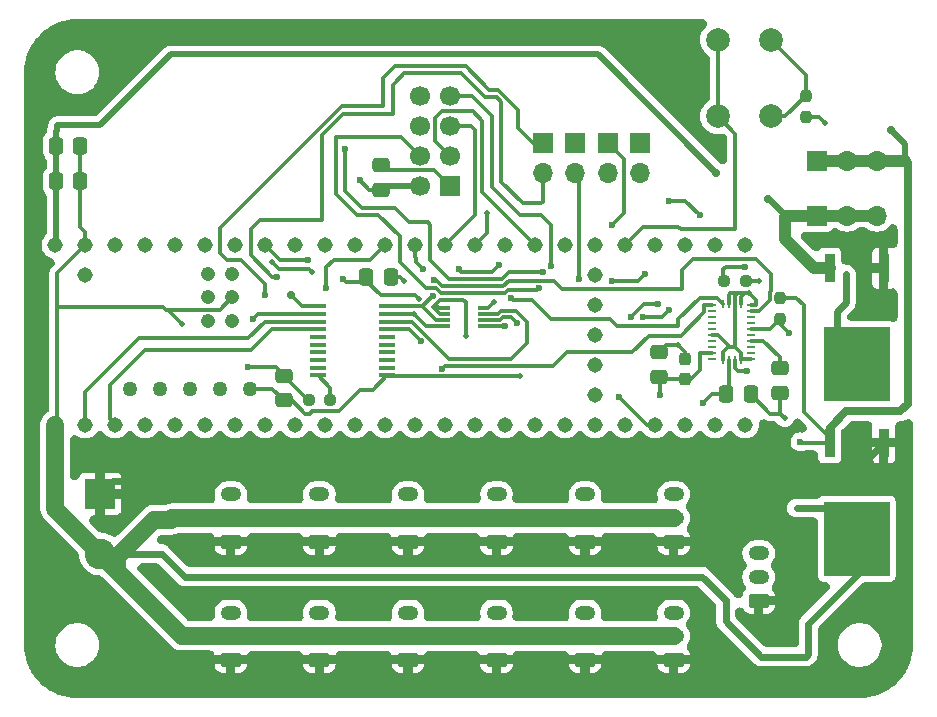
<source format=gbr>
%TF.GenerationSoftware,KiCad,Pcbnew,8.0.6*%
%TF.CreationDate,2024-12-25T20:40:02+07:00*%
%TF.ProjectId,Morphex-PCB,4d6f7270-6865-4782-9d50-43422e6b6963,rev?*%
%TF.SameCoordinates,Original*%
%TF.FileFunction,Copper,L1,Top*%
%TF.FilePolarity,Positive*%
%FSLAX46Y46*%
G04 Gerber Fmt 4.6, Leading zero omitted, Abs format (unit mm)*
G04 Created by KiCad (PCBNEW 8.0.6) date 2024-12-25 20:40:02*
%MOMM*%
%LPD*%
G01*
G04 APERTURE LIST*
G04 Aperture macros list*
%AMRoundRect*
0 Rectangle with rounded corners*
0 $1 Rounding radius*
0 $2 $3 $4 $5 $6 $7 $8 $9 X,Y pos of 4 corners*
0 Add a 4 corners polygon primitive as box body*
4,1,4,$2,$3,$4,$5,$6,$7,$8,$9,$2,$3,0*
0 Add four circle primitives for the rounded corners*
1,1,$1+$1,$2,$3*
1,1,$1+$1,$4,$5*
1,1,$1+$1,$6,$7*
1,1,$1+$1,$8,$9*
0 Add four rect primitives between the rounded corners*
20,1,$1+$1,$2,$3,$4,$5,0*
20,1,$1+$1,$4,$5,$6,$7,0*
20,1,$1+$1,$6,$7,$8,$9,0*
20,1,$1+$1,$8,$9,$2,$3,0*%
G04 Aperture macros list end*
%TA.AperFunction,SMDPad,CuDef*%
%ADD10R,0.939800X2.489200*%
%TD*%
%TA.AperFunction,SMDPad,CuDef*%
%ADD11R,5.562600X6.299200*%
%TD*%
%TA.AperFunction,ComponentPad*%
%ADD12C,1.308000*%
%TD*%
%TA.AperFunction,ComponentPad*%
%ADD13C,1.258000*%
%TD*%
%TA.AperFunction,ComponentPad*%
%ADD14C,1.208000*%
%TD*%
%TA.AperFunction,ComponentPad*%
%ADD15RoundRect,0.250000X0.625000X-0.350000X0.625000X0.350000X-0.625000X0.350000X-0.625000X-0.350000X0*%
%TD*%
%TA.AperFunction,ComponentPad*%
%ADD16O,1.750000X1.200000*%
%TD*%
%TA.AperFunction,SMDPad,CuDef*%
%ADD17RoundRect,0.250000X0.337500X0.475000X-0.337500X0.475000X-0.337500X-0.475000X0.337500X-0.475000X0*%
%TD*%
%TA.AperFunction,ComponentPad*%
%ADD18R,1.700000X1.700000*%
%TD*%
%TA.AperFunction,ComponentPad*%
%ADD19C,1.700000*%
%TD*%
%TA.AperFunction,ComponentPad*%
%ADD20O,1.700000X1.700000*%
%TD*%
%TA.AperFunction,SMDPad,CuDef*%
%ADD21RoundRect,0.250000X-0.475000X0.337500X-0.475000X-0.337500X0.475000X-0.337500X0.475000X0.337500X0*%
%TD*%
%TA.AperFunction,SMDPad,CuDef*%
%ADD22RoundRect,0.250000X-0.337500X-0.475000X0.337500X-0.475000X0.337500X0.475000X-0.337500X0.475000X0*%
%TD*%
%TA.AperFunction,SMDPad,CuDef*%
%ADD23RoundRect,0.250000X0.475000X-0.337500X0.475000X0.337500X-0.475000X0.337500X-0.475000X-0.337500X0*%
%TD*%
%TA.AperFunction,SMDPad,CuDef*%
%ADD24RoundRect,0.237500X-0.237500X0.250000X-0.237500X-0.250000X0.237500X-0.250000X0.237500X0.250000X0*%
%TD*%
%TA.AperFunction,SMDPad,CuDef*%
%ADD25RoundRect,0.237500X-0.250000X-0.237500X0.250000X-0.237500X0.250000X0.237500X-0.250000X0.237500X0*%
%TD*%
%TA.AperFunction,ComponentPad*%
%ADD26C,2.000000*%
%TD*%
%TA.AperFunction,SMDPad,CuDef*%
%ADD27R,0.675000X0.254000*%
%TD*%
%TA.AperFunction,SMDPad,CuDef*%
%ADD28R,0.254000X0.675000*%
%TD*%
%TA.AperFunction,SMDPad,CuDef*%
%ADD29RoundRect,0.237500X-0.237500X0.300000X-0.237500X-0.300000X0.237500X-0.300000X0.237500X0.300000X0*%
%TD*%
%TA.AperFunction,SMDPad,CuDef*%
%ADD30RoundRect,0.237500X0.250000X0.237500X-0.250000X0.237500X-0.250000X-0.237500X0.250000X-0.237500X0*%
%TD*%
%TA.AperFunction,ComponentPad*%
%ADD31R,2.600000X2.600000*%
%TD*%
%TA.AperFunction,ComponentPad*%
%ADD32C,2.600000*%
%TD*%
%TA.AperFunction,SMDPad,CuDef*%
%ADD33R,0.850000X0.300000*%
%TD*%
%TA.AperFunction,SMDPad,CuDef*%
%ADD34R,1.475000X0.450000*%
%TD*%
%TA.AperFunction,ViaPad*%
%ADD35C,0.500000*%
%TD*%
%TA.AperFunction,ViaPad*%
%ADD36C,0.600000*%
%TD*%
%TA.AperFunction,ViaPad*%
%ADD37C,0.700000*%
%TD*%
%TA.AperFunction,Conductor*%
%ADD38C,0.700000*%
%TD*%
%TA.AperFunction,Conductor*%
%ADD39C,0.300000*%
%TD*%
%TA.AperFunction,Conductor*%
%ADD40C,1.500000*%
%TD*%
%TA.AperFunction,Conductor*%
%ADD41C,0.600000*%
%TD*%
%TA.AperFunction,Conductor*%
%ADD42C,0.500000*%
%TD*%
%TA.AperFunction,Conductor*%
%ADD43C,1.000000*%
%TD*%
G04 APERTURE END LIST*
D10*
%TO.P,50R,1,INPUT*%
%TO.N,VCC*%
X190786000Y-94096600D03*
%TO.P,50R,2,OUTPUT*%
%TO.N,+5V*%
X186214000Y-94096600D03*
D11*
%TO.P,50R,3,GROUND*%
%TO.N,GND*%
X188500000Y-102250000D03*
%TD*%
D12*
%TO.P,U1,VUSB,VUSB*%
%TO.N,unconnected-(U1-PadVUSB)*%
X123180000Y-94652500D03*
%TO.P,U1,VIN,VIN*%
%TO.N,+5V*%
X120640000Y-92112500D03*
%TO.P,U1,VBAT,VBAT*%
%TO.N,unconnected-(U1-PadVBAT)*%
X166360000Y-104812500D03*
D13*
%TO.P,U1,USB_GND2,USB_GND*%
%TO.N,GND*%
X137150000Y-104302500D03*
%TO.P,U1,USB_GND1,USB_GND*%
X134610000Y-104302500D03*
D14*
%TO.P,U1,T-,T-*%
%TO.N,unconnected-(U1-PadT-)*%
X133610000Y-98562500D03*
%TO.P,U1,T+,T+*%
%TO.N,unconnected-(U1-PadT+)*%
X135610000Y-98562500D03*
%TO.P,U1,R-,R-*%
%TO.N,unconnected-(U1-PadR-)*%
X135610000Y-94562500D03*
%TO.P,U1,R+,R+*%
%TO.N,unconnected-(U1-PadR+)*%
X133610000Y-94562500D03*
D12*
%TO.P,U1,PROGRAM,PROGRAM*%
%TO.N,unconnected-(U1-PadPROGRAM)*%
X166360000Y-97192500D03*
%TO.P,U1,ON/OFF,ON/OFF*%
%TO.N,unconnected-(U1-PadON{slash}OFF)*%
X166360000Y-94652500D03*
D14*
%TO.P,U1,LED,LED*%
%TO.N,unconnected-(U1-PadLED)*%
X133610000Y-96562500D03*
%TO.P,U1,GND5,GND*%
%TO.N,GND*%
X135610000Y-96562500D03*
D12*
%TO.P,U1,GND4,GND*%
X166360000Y-99732500D03*
%TO.P,U1,GND3,GND*%
X123180000Y-92112500D03*
%TO.P,U1,GND2,GND*%
X156200000Y-92112500D03*
%TO.P,U1,GND1,GND*%
X120640000Y-107352500D03*
D13*
%TO.P,U1,D-,D-*%
%TO.N,unconnected-(U1-PadD-)*%
X129530000Y-104302500D03*
%TO.P,U1,D+,D+*%
%TO.N,unconnected-(U1-PadD+)*%
X132070000Y-104302500D03*
D12*
%TO.P,U1,41,A17*%
%TO.N,/servo_dir*%
X158740000Y-92112500D03*
%TO.P,U1,40,A16*%
%TO.N,/NRF_CE*%
X161280000Y-92112500D03*
%TO.P,U1,39,A15*%
%TO.N,unconnected-(U1-A15-Pad39)*%
X163820000Y-92112500D03*
%TO.P,U1,38,A14*%
%TO.N,unconnected-(U1-A14-Pad38)*%
X166360000Y-92112500D03*
%TO.P,U1,37,CS3*%
%TO.N,/BUTTON_PIN*%
X168900000Y-92112500D03*
%TO.P,U1,36,CS2*%
%TO.N,unconnected-(U1-CS2-Pad36)*%
X171440000Y-92112500D03*
%TO.P,U1,35,TX8*%
%TO.N,/tx8*%
X173980000Y-92112500D03*
%TO.P,U1,34,RX8*%
%TO.N,/rx8*%
X176520000Y-92112500D03*
%TO.P,U1,33,MCLK2*%
%TO.N,unconnected-(U1-MCLK2-Pad33)*%
X179060000Y-92112500D03*
%TO.P,U1,32,OUT1B*%
%TO.N,unconnected-(U1-OUT1B-Pad32)*%
X179060000Y-107352500D03*
%TO.P,U1,31,CTX3*%
%TO.N,/ctx3*%
X176520000Y-107352500D03*
%TO.P,U1,30,CRX3*%
%TO.N,/crx3*%
X173980000Y-107352500D03*
%TO.P,U1,29,TX7*%
%TO.N,/tx7*%
X171440000Y-107352500D03*
%TO.P,U1,28,RX7*%
%TO.N,/rx7*%
X168900000Y-107352500D03*
%TO.P,U1,27,A13*%
%TO.N,unconnected-(U1-A13-Pad27)*%
X166360000Y-107352500D03*
%TO.P,U1,26,A12*%
%TO.N,unconnected-(U1-A12-Pad26)*%
X163820000Y-107352500D03*
%TO.P,U1,25,A11*%
%TO.N,unconnected-(U1-A11-Pad25)*%
X161280000Y-107352500D03*
%TO.P,U1,24,A10*%
%TO.N,unconnected-(U1-A10-Pad24)*%
X158740000Y-107352500D03*
%TO.P,U1,23,A9*%
%TO.N,unconnected-(U1-A9-Pad23)*%
X128260000Y-92112500D03*
%TO.P,U1,22,A8*%
%TO.N,unconnected-(U1-A8-Pad22)*%
X130800000Y-92112500D03*
%TO.P,U1,21,A7*%
%TO.N,unconnected-(U1-A7-Pad21)*%
X133340000Y-92112500D03*
%TO.P,U1,20,A6*%
%TO.N,unconnected-(U1-A6-Pad20)*%
X135880000Y-92112500D03*
%TO.P,U1,19,A5*%
%TO.N,/SCL*%
X138420000Y-92112500D03*
%TO.P,U1,18,A4*%
%TO.N,/SDA*%
X140960000Y-92112500D03*
%TO.P,U1,17,A3*%
%TO.N,unconnected-(U1-A3-Pad17)*%
X143500000Y-92112500D03*
%TO.P,U1,16,A2*%
%TO.N,unconnected-(U1-A2-Pad16)*%
X146040000Y-92112500D03*
%TO.P,U1,15,A1*%
%TO.N,/BNO_INT*%
X148580000Y-92112500D03*
%TO.P,U1,14,A0*%
%TO.N,/BNO_RESET*%
X151120000Y-92112500D03*
%TO.P,U1,13,SCK*%
%TO.N,/NRF_SCK*%
X153660000Y-92112500D03*
%TO.P,U1,12,MISO*%
%TO.N,/NRF_MISO*%
X153660000Y-107352500D03*
%TO.P,U1,11,MOSI*%
%TO.N,/NRF_MOSI*%
X151120000Y-107352500D03*
%TO.P,U1,10,CS1*%
%TO.N,/NRF_CS*%
X148580000Y-107352500D03*
%TO.P,U1,9,OUT1C*%
%TO.N,unconnected-(U1-OUT1C-Pad9)*%
X146040000Y-107352500D03*
%TO.P,U1,8,TX2*%
%TO.N,/tx2*%
X143500000Y-107352500D03*
%TO.P,U1,7,RX2*%
%TO.N,/rx2*%
X140960000Y-107352500D03*
%TO.P,U1,6,OUT1D*%
%TO.N,unconnected-(U1-OUT1D-Pad6)*%
X138420000Y-107352500D03*
D13*
%TO.P,U1,5V,5V*%
%TO.N,unconnected-(U1-Pad5V)*%
X126990000Y-104302500D03*
D12*
%TO.P,U1,5,IN2*%
%TO.N,unconnected-(U1-IN2-Pad5)*%
X135880000Y-107352500D03*
%TO.P,U1,4,BCLK2*%
%TO.N,unconnected-(U1-BCLK2-Pad4)*%
X133340000Y-107352500D03*
%TO.P,U1,3.3V_3,3.3V*%
%TO.N,Net-(U1-3.3V-Pad3.3V_1)*%
X166360000Y-102272500D03*
%TO.P,U1,3.3V_2,3.3V*%
X125720000Y-92112500D03*
%TO.P,U1,3.3V_1,3.3V*%
X156200000Y-107352500D03*
%TO.P,U1,3,LRCLK2*%
%TO.N,unconnected-(U1-LRCLK2-Pad3)*%
X130800000Y-107352500D03*
%TO.P,U1,2,OUT2*%
%TO.N,unconnected-(U1-OUT2-Pad2)*%
X128260000Y-107352500D03*
%TO.P,U1,1,TX1*%
%TO.N,/servo_tx1*%
X125720000Y-107352500D03*
%TO.P,U1,0,RX1*%
%TO.N,/servo_rx1*%
X123180000Y-107352500D03*
%TD*%
D15*
%TO.P,servo11,1,Pin_1*%
%TO.N,VCC*%
X173000000Y-127250000D03*
D16*
%TO.P,servo11,2,Pin_2*%
%TO.N,GND*%
X173000000Y-125250000D03*
%TO.P,servo11,3,Pin_3*%
%TO.N,/from_servo*%
X173000000Y-123250000D03*
%TD*%
D17*
%TO.P,C6,1*%
%TO.N,GND*%
X179537500Y-104750000D03*
%TO.P,C6,2*%
%TO.N,+3.3V*%
X177462500Y-104750000D03*
%TD*%
D15*
%TO.P,servo2,1,Pin_1*%
%TO.N,VCC*%
X173000000Y-117250000D03*
D16*
%TO.P,servo2,2,Pin_2*%
%TO.N,GND*%
X173000000Y-115250000D03*
%TO.P,servo2,3,Pin_3*%
%TO.N,/from_servo*%
X173000000Y-113250000D03*
%TD*%
D18*
%TO.P,U2,1,GND*%
%TO.N,GND*%
X154040000Y-87120000D03*
D19*
%TO.P,U2,2,VCC*%
%TO.N,+3.3V*%
X151500000Y-87120000D03*
%TO.P,U2,3,CE*%
%TO.N,/NRF_CE*%
X154040000Y-84580000D03*
%TO.P,U2,4,~{CSN}*%
%TO.N,/NRF_CS*%
X151500000Y-84580000D03*
%TO.P,U2,5,SCK*%
%TO.N,/NRF_SCK*%
X154040000Y-82040000D03*
%TO.P,U2,6,MOSI*%
%TO.N,/NRF_MOSI*%
X151500000Y-82040000D03*
%TO.P,U2,7,MISO*%
%TO.N,/NRF_MISO*%
X154040000Y-79500000D03*
%TO.P,U2,8,IRQ*%
%TO.N,unconnected-(U2-IRQ-Pad8)*%
X151500000Y-79500000D03*
%TD*%
D18*
%TO.P,J2,1,Pin_1*%
%TO.N,/tx2*%
X161900000Y-83460000D03*
D20*
%TO.P,J2,2,Pin_2*%
%TO.N,/rx2*%
X161900000Y-86000000D03*
%TD*%
D15*
%TO.P,servo6,1,Pin_1*%
%TO.N,VCC*%
X150500000Y-117250000D03*
D16*
%TO.P,servo6,2,Pin_2*%
%TO.N,GND*%
X150500000Y-115250000D03*
%TO.P,servo6,3,Pin_3*%
%TO.N,/from_servo*%
X150500000Y-113250000D03*
%TD*%
D15*
%TO.P,servo13,1,Pin_1*%
%TO.N,VCC*%
X135500000Y-117250000D03*
D16*
%TO.P,servo13,2,Pin_2*%
%TO.N,GND*%
X135500000Y-115250000D03*
%TO.P,servo13,3,Pin_3*%
%TO.N,/from_servo*%
X135500000Y-113250000D03*
%TD*%
D21*
%TO.P,C3,1*%
%TO.N,GND*%
X148200000Y-85362500D03*
%TO.P,C3,2*%
%TO.N,+3.3V*%
X148200000Y-87437500D03*
%TD*%
D15*
%TO.P,servo10,1,Pin_1*%
%TO.N,VCC*%
X143000000Y-127250000D03*
D16*
%TO.P,servo10,2,Pin_2*%
%TO.N,GND*%
X143000000Y-125250000D03*
%TO.P,servo10,3,Pin_3*%
%TO.N,/from_servo*%
X143000000Y-123250000D03*
%TD*%
D22*
%TO.P,C2,1*%
%TO.N,+5V*%
X120675000Y-86750000D03*
%TO.P,C2,2*%
%TO.N,GND*%
X122750000Y-86750000D03*
%TD*%
D23*
%TO.P,C7,1*%
%TO.N,+3.3V*%
X171750000Y-103287500D03*
%TO.P,C7,2*%
%TO.N,GND*%
X171750000Y-101212500D03*
%TD*%
D18*
%TO.P,J5,1,Pin_1*%
%TO.N,/tx8*%
X170150000Y-83460000D03*
D20*
%TO.P,J5,2,Pin_2*%
%TO.N,/rx8*%
X170150000Y-86000000D03*
%TD*%
D24*
%TO.P,R4,1*%
%TO.N,Net-(R4-Pad1)*%
X184200000Y-79487500D03*
%TO.P,R4,2*%
%TO.N,GND*%
X184200000Y-81312500D03*
%TD*%
D25*
%TO.P,R1,1*%
%TO.N,+3.3V*%
X142087500Y-105250000D03*
%TO.P,R1,2*%
%TO.N,Net-(IC1-OE)*%
X143912500Y-105250000D03*
%TD*%
D18*
%TO.P,J4,1,Pin_1*%
%TO.N,/ctx3*%
X167400000Y-83460000D03*
D20*
%TO.P,J4,2,Pin_2*%
%TO.N,/crx3*%
X167400000Y-86000000D03*
%TD*%
D15*
%TO.P,servo5,1,Pin_1*%
%TO.N,VCC*%
X150500000Y-127250000D03*
D16*
%TO.P,servo5,2,Pin_2*%
%TO.N,GND*%
X150500000Y-125250000D03*
%TO.P,servo5,3,Pin_3*%
%TO.N,/from_servo*%
X150500000Y-123250000D03*
%TD*%
D15*
%TO.P,servo8,1,Pin_1*%
%TO.N,VCC*%
X165500000Y-127250000D03*
D16*
%TO.P,servo8,2,Pin_2*%
%TO.N,GND*%
X165500000Y-125250000D03*
%TO.P,servo8,3,Pin_3*%
%TO.N,/from_servo*%
X165500000Y-123250000D03*
%TD*%
D15*
%TO.P,servo3,1,Pin_1*%
%TO.N,VCC*%
X180200000Y-122250000D03*
D16*
%TO.P,servo3,2,Pin_2*%
%TO.N,GND*%
X180200000Y-120250000D03*
%TO.P,servo3,3,Pin_3*%
%TO.N,/from_servo*%
X180200000Y-118250000D03*
%TD*%
D21*
%TO.P,C4,1*%
%TO.N,+3.3V*%
X140000000Y-103212500D03*
%TO.P,C4,2*%
%TO.N,GND*%
X140000000Y-105287500D03*
%TD*%
D18*
%TO.P,J3,1,Pin_1*%
%TO.N,/tx7*%
X164650000Y-83460000D03*
D20*
%TO.P,J3,2,Pin_2*%
%TO.N,/rx7*%
X164650000Y-86000000D03*
%TD*%
D22*
%TO.P,C5,1*%
%TO.N,+5V*%
X146962500Y-94800000D03*
%TO.P,C5,2*%
%TO.N,GND*%
X149037500Y-94800000D03*
%TD*%
D24*
%TO.P,R3,1*%
%TO.N,+3.3V*%
X182000000Y-96587500D03*
%TO.P,R3,2*%
%TO.N,/BNO_RESET*%
X182000000Y-98412500D03*
%TD*%
D15*
%TO.P,servo7,1,Pin_1*%
%TO.N,VCC*%
X165500000Y-117250000D03*
D16*
%TO.P,servo7,2,Pin_2*%
%TO.N,GND*%
X165500000Y-115250000D03*
%TO.P,servo7,3,Pin_3*%
%TO.N,/from_servo*%
X165500000Y-113250000D03*
%TD*%
D26*
%TO.P,SW1,1,1*%
%TO.N,/BUTTON_PIN*%
X176750000Y-81250000D03*
X176750000Y-74750000D03*
%TO.P,SW1,2,2*%
%TO.N,Net-(R4-Pad1)*%
X181250000Y-81250000D03*
X181250000Y-74750000D03*
%TD*%
D15*
%TO.P,servo12,1,Pin_1*%
%TO.N,VCC*%
X158000000Y-127250000D03*
D16*
%TO.P,servo12,2,Pin_2*%
%TO.N,GND*%
X158000000Y-125250000D03*
%TO.P,servo12,3,Pin_3*%
%TO.N,/from_servo*%
X158000000Y-123250000D03*
%TD*%
D27*
%TO.P,U3,1,PIN1*%
%TO.N,unconnected-(U3-PIN1-Pad1)*%
X176250000Y-101750000D03*
D28*
%TO.P,U3,2,GND*%
%TO.N,GND*%
X177162500Y-101887500D03*
%TO.P,U3,3,VDD*%
%TO.N,+3.3V*%
X177662500Y-101887500D03*
%TO.P,U3,4,~{BOOT_LOAD_PIN}*%
%TO.N,Net-(U3-~{BOOT_LOAD_PIN})*%
X178162500Y-101887500D03*
%TO.P,U3,5,PS1*%
%TO.N,GND*%
X178662500Y-101887500D03*
D27*
%TO.P,U3,6,PS0*%
X179575000Y-101750000D03*
%TO.P,U3,7,PIN7*%
%TO.N,unconnected-(U3-PIN7-Pad7)*%
X179575000Y-101250000D03*
%TO.P,U3,8,PIN8*%
%TO.N,unconnected-(U3-PIN8-Pad8)*%
X179575000Y-100750000D03*
%TO.P,U3,9,CAP*%
%TO.N,Net-(U3-CAP)*%
X179575000Y-100250000D03*
%TO.P,U3,10,BL_IND*%
%TO.N,unconnected-(U3-BL_IND-Pad10)*%
X179575000Y-99750000D03*
%TO.P,U3,11,~{RESET}*%
%TO.N,/BNO_RESET*%
X179575000Y-99250000D03*
%TO.P,U3,12,PIN12*%
%TO.N,unconnected-(U3-PIN12-Pad12)*%
X179575000Y-98750000D03*
%TO.P,U3,13,PIN13*%
%TO.N,unconnected-(U3-PIN13-Pad13)*%
X179575000Y-98250000D03*
%TO.P,U3,14,INT*%
%TO.N,/BNO_INT*%
X179575000Y-97750000D03*
%TO.P,U3,15,GNDIO*%
%TO.N,GND*%
X179575000Y-97250000D03*
D28*
%TO.P,U3,16,GNDIO*%
X178662500Y-97112500D03*
%TO.P,U3,17,COM3*%
X178162500Y-97112500D03*
%TO.P,U3,18,COM2*%
X177662500Y-97112500D03*
%TO.P,U3,19,COM1*%
%TO.N,/SCL*%
X177162500Y-97112500D03*
D27*
%TO.P,U3,20,COM0*%
%TO.N,/SDA*%
X176250000Y-97250000D03*
%TO.P,U3,21,PIN21*%
%TO.N,unconnected-(U3-PIN21-Pad21)*%
X176250000Y-97750000D03*
%TO.P,U3,22,PIN22*%
%TO.N,unconnected-(U3-PIN22-Pad22)*%
X176250000Y-98250000D03*
%TO.P,U3,23,PIN23*%
%TO.N,unconnected-(U3-PIN23-Pad23)*%
X176250000Y-98750000D03*
%TO.P,U3,24,PIN24*%
%TO.N,unconnected-(U3-PIN24-Pad24)*%
X176250000Y-99250000D03*
%TO.P,U3,25,GNDIO*%
%TO.N,GND*%
X176250000Y-99750000D03*
%TO.P,U3,26,XOUT32*%
%TO.N,unconnected-(U3-XOUT32-Pad26)*%
X176250000Y-100250000D03*
%TO.P,U3,27,XIN32*%
%TO.N,unconnected-(U3-XIN32-Pad27)*%
X176250000Y-100750000D03*
%TO.P,U3,28,VDDIO*%
%TO.N,+3.3V*%
X176250000Y-101250000D03*
%TD*%
D15*
%TO.P,servo9,1,Pin_1*%
%TO.N,VCC*%
X135500000Y-127250000D03*
D16*
%TO.P,servo9,2,Pin_2*%
%TO.N,GND*%
X135500000Y-125250000D03*
%TO.P,servo9,3,Pin_3*%
%TO.N,/from_servo*%
X135500000Y-123250000D03*
%TD*%
D23*
%TO.P,C9,1*%
%TO.N,GND*%
X182000000Y-104637500D03*
%TO.P,C9,2*%
%TO.N,Net-(U3-CAP)*%
X182000000Y-102562500D03*
%TD*%
D29*
%TO.P,C8,1*%
%TO.N,GND*%
X174000000Y-101775000D03*
%TO.P,C8,2*%
%TO.N,+3.3V*%
X174000000Y-103500000D03*
%TD*%
D30*
%TO.P,R2,2*%
%TO.N,Net-(U3-~{BOOT_LOAD_PIN})*%
X177287500Y-95200000D03*
%TO.P,R2,1*%
%TO.N,+3.3V*%
X179112500Y-95200000D03*
%TD*%
D22*
%TO.P,C1,1*%
%TO.N,+5V*%
X120675000Y-83740000D03*
%TO.P,C1,2*%
%TO.N,GND*%
X122750000Y-83740000D03*
%TD*%
D15*
%TO.P,servo4,1,Pin_1*%
%TO.N,VCC*%
X143000000Y-117250000D03*
D16*
%TO.P,servo4,2,Pin_2*%
%TO.N,GND*%
X143000000Y-115250000D03*
%TO.P,servo4,3,Pin_3*%
%TO.N,/from_servo*%
X143000000Y-113250000D03*
%TD*%
D15*
%TO.P,servo1,1,Pin_1*%
%TO.N,VCC*%
X158000000Y-117250000D03*
D16*
%TO.P,servo1,2,Pin_2*%
%TO.N,GND*%
X158000000Y-115250000D03*
%TO.P,servo1,3,Pin_3*%
%TO.N,/from_servo*%
X158000000Y-113250000D03*
%TD*%
D18*
%TO.P,5V,1,Pin_1*%
%TO.N,+5V*%
X185120000Y-89650000D03*
D20*
%TO.P,5V,2,Pin_2*%
X187660000Y-89650000D03*
%TO.P,5V,3,Pin_3*%
X190200000Y-89650000D03*
%TD*%
D10*
%TO.P,33R,1,INPUT*%
%TO.N,VCC*%
X190786000Y-108861900D03*
%TO.P,33R,2,OUTPUT*%
%TO.N,+3.3V*%
X186214000Y-108861900D03*
D11*
%TO.P,33R,3,GROUND*%
%TO.N,GND*%
X188500000Y-117015300D03*
%TD*%
D31*
%TO.P,Main Terminal,1,Pin_1*%
%TO.N,VCC*%
X124445000Y-113205000D03*
D32*
%TO.P,Main Terminal,2,Pin_2*%
%TO.N,GND*%
X124445000Y-118285000D03*
%TD*%
D18*
%TO.P,3.3V,1,Pin_1*%
%TO.N,+3.3V*%
X185120000Y-85000000D03*
D20*
%TO.P,3.3V,2,Pin_2*%
X187660000Y-85000000D03*
%TO.P,3.3V,3,Pin_3*%
X190200000Y-85000000D03*
%TD*%
D33*
%TO.P,IC2,1,~{OE}*%
%TO.N,Net-(IC1-B1)*%
X156825000Y-99000000D03*
%TO.P,IC2,2,A1*%
%TO.N,Net-(IC1-B3)*%
X156825000Y-98500000D03*
%TO.P,IC2,3,Y2*%
%TO.N,Net-(IC1-B2)*%
X156825000Y-98000000D03*
%TO.P,IC2,4,GND*%
%TO.N,GND*%
X156825000Y-97500000D03*
%TO.P,IC2,5,A2*%
%TO.N,/from_servo*%
X153675000Y-97500000D03*
%TO.P,IC2,6,Y1*%
X153675000Y-98000000D03*
%TO.P,IC2,7,OE*%
%TO.N,Net-(IC1-B1)*%
X153675000Y-98500000D03*
%TO.P,IC2,8,VCC*%
%TO.N,+5V*%
X153675000Y-99000000D03*
%TD*%
D34*
%TO.P,IC1,1,A1*%
%TO.N,/servo_dir*%
X142874000Y-97325000D03*
%TO.P,IC1,2,VCCA*%
%TO.N,+3.3V*%
X142874000Y-97975000D03*
%TO.P,IC1,3,A2*%
%TO.N,/servo_rx1*%
X142874000Y-98625000D03*
%TO.P,IC1,4,A3*%
%TO.N,/servo_tx1*%
X142874000Y-99275000D03*
%TO.P,IC1,5,A4*%
%TO.N,unconnected-(IC1-A4-Pad5)*%
X142874000Y-99925000D03*
%TO.P,IC1,6,A5*%
%TO.N,unconnected-(IC1-A5-Pad6)*%
X142874000Y-100575000D03*
%TO.P,IC1,7,A6*%
%TO.N,unconnected-(IC1-A6-Pad7)*%
X142874000Y-101225000D03*
%TO.P,IC1,8,A7*%
%TO.N,unconnected-(IC1-A7-Pad8)*%
X142874000Y-101875000D03*
%TO.P,IC1,9,A8*%
%TO.N,unconnected-(IC1-A8-Pad9)*%
X142874000Y-102525000D03*
%TO.P,IC1,10,OE*%
%TO.N,Net-(IC1-OE)*%
X142874000Y-103175000D03*
%TO.P,IC1,11,GND*%
%TO.N,GND*%
X148750000Y-103175000D03*
%TO.P,IC1,12,B8*%
%TO.N,unconnected-(IC1-B8-Pad12)*%
X148750000Y-102525000D03*
%TO.P,IC1,13,B7*%
%TO.N,unconnected-(IC1-B7-Pad13)*%
X148750000Y-101875000D03*
%TO.P,IC1,14,B6*%
%TO.N,unconnected-(IC1-B6-Pad14)*%
X148750000Y-101225000D03*
%TO.P,IC1,15,B5*%
%TO.N,unconnected-(IC1-B5-Pad15)*%
X148750000Y-100575000D03*
%TO.P,IC1,16,B4*%
%TO.N,unconnected-(IC1-B4-Pad16)*%
X148750000Y-99925000D03*
%TO.P,IC1,17,B3*%
%TO.N,Net-(IC1-B3)*%
X148750000Y-99275000D03*
%TO.P,IC1,18,B2*%
%TO.N,Net-(IC1-B2)*%
X148750000Y-98625000D03*
%TO.P,IC1,19,VCCB*%
%TO.N,+5V*%
X148750000Y-97975000D03*
%TO.P,IC1,20,B1*%
%TO.N,Net-(IC1-B1)*%
X148750000Y-97325000D03*
%TD*%
D35*
%TO.N,+3.3V*%
X180200000Y-95200000D03*
%TO.N,GND*%
X179400000Y-96200000D03*
X185800000Y-81800000D03*
X150200000Y-95200000D03*
X157200000Y-89400000D03*
X173400000Y-100600000D03*
X182400000Y-106800000D03*
X157800000Y-97000000D03*
X159950000Y-103250000D03*
X131400000Y-98800000D03*
X187600000Y-94600000D03*
X183400000Y-114400000D03*
%TO.N,+5V*%
X139000000Y-93600000D03*
X151000000Y-98000000D03*
D36*
X145000000Y-95000000D03*
D37*
X181000000Y-88200000D03*
D35*
X124000000Y-82000000D03*
X151400000Y-96725000D03*
D37*
X176600000Y-86000000D03*
D35*
X142400000Y-94400000D03*
D36*
%TO.N,+3.3V*%
X175500000Y-105500000D03*
D37*
X191400000Y-82400000D03*
D36*
X146400000Y-86600000D03*
X171800000Y-104800000D03*
X137000000Y-102500000D03*
X137375000Y-98375000D03*
X183700000Y-108800000D03*
D35*
%TO.N,VCC*%
X188600000Y-94200000D03*
X188800000Y-108600000D03*
D36*
%TO.N,Net-(IC1-B3)*%
X151565380Y-100234620D03*
X159750000Y-98750000D03*
%TO.N,Net-(IC1-B1)*%
X158750000Y-99000000D03*
X152600000Y-96450000D03*
D37*
%TO.N,/servo_dir*%
X140600000Y-96400000D03*
D35*
%TO.N,/from_servo*%
X155400000Y-99800000D03*
D36*
%TO.N,Net-(U3-~{BOOT_LOAD_PIN})*%
X179000000Y-94000000D03*
X179200000Y-102800000D03*
%TO.N,/BNO_RESET*%
X154800000Y-94200000D03*
X182800000Y-99600000D03*
X151800000Y-94200000D03*
X158200000Y-93800000D03*
%TO.N,/NRF_MOSI*%
X145200000Y-84000000D03*
X161975499Y-94450000D03*
%TO.N,/rx8*%
X172600000Y-88400000D03*
X175200000Y-89600000D03*
%TO.N,/NRF_MISO*%
X162600000Y-93950000D03*
%TO.N,/SDA*%
X153400000Y-102600000D03*
%TO.N,/ctx3*%
X171659620Y-97140380D03*
X167800000Y-90400000D03*
X169400000Y-98200000D03*
%TO.N,/rx2*%
X139400000Y-94800000D03*
%TO.N,/crx3*%
X170400000Y-98200000D03*
X172600000Y-97600000D03*
%TO.N,/NRF_CS*%
X161600000Y-95800000D03*
%TO.N,/SCL*%
X142000000Y-93400000D03*
X159200000Y-96600000D03*
%TO.N,/BNO_INT*%
X143600000Y-95800000D03*
X152700000Y-95100000D03*
%TO.N,/tx2*%
X138400000Y-96400000D03*
%TO.N,/rx7*%
X165000000Y-95000000D03*
%TO.N,/tx7*%
X168400000Y-105000000D03*
X170600000Y-94600000D03*
X167800000Y-95200000D03*
%TD*%
D38*
%TO.N,+3.3V*%
X192200000Y-106200000D02*
X187600000Y-106200000D01*
X192200000Y-106200000D02*
X192800000Y-105600000D01*
X192800000Y-105600000D02*
X192800000Y-85200000D01*
X187600000Y-106200000D02*
X186214000Y-107586000D01*
D39*
X179112500Y-95200000D02*
X180200000Y-95200000D01*
%TO.N,/BNO_INT*%
X153376345Y-95600000D02*
X158573654Y-95600000D01*
X163530761Y-95850000D02*
X173712568Y-95850000D01*
X152876345Y-95100000D02*
X153376345Y-95600000D01*
X159023654Y-95150000D02*
X162830761Y-95150000D01*
X152700000Y-95100000D02*
X152876345Y-95100000D01*
X174650000Y-93350000D02*
X179950000Y-93350000D01*
X158573654Y-95600000D02*
X159023654Y-95150000D01*
X162830761Y-95150000D02*
X163530761Y-95850000D01*
X181175000Y-96814500D02*
X180239500Y-97750000D01*
X173712568Y-95850000D02*
X173712568Y-94287432D01*
X173712568Y-94287432D02*
X174650000Y-93350000D01*
X180239500Y-97750000D02*
X179575000Y-97750000D01*
X179950000Y-93350000D02*
X181200000Y-94600000D01*
X181200000Y-94600000D02*
X181200000Y-96062568D01*
X181200000Y-96062568D02*
X181175000Y-96087568D01*
X181175000Y-96087568D02*
X181175000Y-96814500D01*
%TO.N,Net-(U3-~{BOOT_LOAD_PIN})*%
X179000000Y-94000000D02*
X177400000Y-94000000D01*
X177400000Y-94000000D02*
X177200000Y-94200000D01*
X177200000Y-94200000D02*
X177200000Y-95112500D01*
X177200000Y-95112500D02*
X177287500Y-95200000D01*
%TO.N,GND*%
X177623000Y-100762500D02*
X177800000Y-100762500D01*
X177800000Y-100762500D02*
X178162500Y-100762500D01*
X176250000Y-99750000D02*
X176787500Y-99750000D01*
X176787500Y-99750000D02*
X177800000Y-100762500D01*
X177162500Y-101887500D02*
X177162500Y-101223000D01*
X177162500Y-101223000D02*
X177623000Y-100762500D01*
X179575000Y-101750000D02*
X178800000Y-101750000D01*
X178800000Y-101750000D02*
X178662500Y-101887500D01*
X178162500Y-97112500D02*
X178162500Y-100762500D01*
X178662500Y-101262500D02*
X178662500Y-101887500D01*
X178162500Y-100762500D02*
X178662500Y-101262500D01*
X179400000Y-96200000D02*
X180000000Y-96800000D01*
X180000000Y-96800000D02*
X180000000Y-97250000D01*
X180000000Y-97250000D02*
X179575000Y-97250000D01*
X178400000Y-96200000D02*
X177800000Y-96200000D01*
X177800000Y-96200000D02*
X177662500Y-96337500D01*
X177662500Y-96337500D02*
X177662500Y-97112500D01*
X178662500Y-97112500D02*
X178662500Y-96537500D01*
X178662500Y-96537500D02*
X179000000Y-96200000D01*
X179000000Y-96200000D02*
X179400000Y-96200000D01*
X179400000Y-96200000D02*
X178400000Y-96200000D01*
X178162500Y-96437500D02*
X178162500Y-97112500D01*
X178400000Y-96200000D02*
X178162500Y-96437500D01*
X154040000Y-87120000D02*
X152720000Y-85800000D01*
X152720000Y-85800000D02*
X148637500Y-85800000D01*
X148637500Y-85800000D02*
X148200000Y-85362500D01*
X185312500Y-81312500D02*
X185800000Y-81800000D01*
X184200000Y-81312500D02*
X185312500Y-81312500D01*
%TO.N,Net-(R4-Pad1)*%
X181250000Y-81250000D02*
X182437500Y-81250000D01*
X184200000Y-79487500D02*
X184200000Y-77700000D01*
X184200000Y-77700000D02*
X181250000Y-74750000D01*
X182437500Y-81250000D02*
X184200000Y-79487500D01*
%TO.N,GND*%
X149800000Y-94800000D02*
X150200000Y-95200000D01*
X149037500Y-94800000D02*
X149800000Y-94800000D01*
X157200000Y-89400000D02*
X157200000Y-91112500D01*
X157200000Y-91112500D02*
X156200000Y-92112500D01*
X173400000Y-100600000D02*
X172362500Y-100600000D01*
X172362500Y-100600000D02*
X171750000Y-101212500D01*
X174000000Y-101200000D02*
X173400000Y-100600000D01*
X174000000Y-101775000D02*
X174000000Y-101200000D01*
X182000000Y-106400000D02*
X181187500Y-106400000D01*
X181187500Y-106400000D02*
X179537500Y-104750000D01*
X182000000Y-106400000D02*
X182400000Y-106800000D01*
X182000000Y-104637500D02*
X182000000Y-106400000D01*
%TO.N,+3.3V*%
X183700000Y-108800000D02*
X183761900Y-108861900D01*
X183761900Y-108861900D02*
X186214000Y-108861900D01*
X185311900Y-108861900D02*
X186214000Y-108861900D01*
%TO.N,GND*%
X156825000Y-97500000D02*
X157300000Y-97500000D01*
X157300000Y-97500000D02*
X157800000Y-97000000D01*
X148825000Y-103250000D02*
X159950000Y-103250000D01*
X148750000Y-103175000D02*
X148825000Y-103250000D01*
%TO.N,Net-(IC1-B2)*%
X160600000Y-100400000D02*
X160600000Y-98680761D01*
X150875000Y-98625000D02*
X154000000Y-101750000D01*
X159250000Y-101750000D02*
X160600000Y-100400000D01*
X158373654Y-97750000D02*
X158123654Y-98000000D01*
X154000000Y-101750000D02*
X159250000Y-101750000D01*
X148750000Y-98625000D02*
X150875000Y-98625000D01*
X160600000Y-98680761D02*
X159669239Y-97750000D01*
X158123654Y-98000000D02*
X156825000Y-98000000D01*
X159669239Y-97750000D02*
X158373654Y-97750000D01*
%TO.N,GND*%
X140000000Y-105287500D02*
X140687500Y-105287500D01*
X140687500Y-105287500D02*
X141800000Y-106400000D01*
X142400000Y-106200000D02*
X144643716Y-106200000D01*
X141800000Y-106400000D02*
X142200000Y-106400000D01*
X142200000Y-106400000D02*
X142400000Y-106200000D01*
X144643716Y-106200000D02*
X146443716Y-104400000D01*
X146443716Y-104400000D02*
X147525000Y-104400000D01*
X147525000Y-104400000D02*
X148750000Y-103175000D01*
X137150000Y-104302500D02*
X139015000Y-104302500D01*
X139015000Y-104302500D02*
X140000000Y-105287500D01*
X130000000Y-97600000D02*
X130200000Y-97600000D01*
X130200000Y-97600000D02*
X131400000Y-98800000D01*
X130200000Y-97600000D02*
X134572500Y-97600000D01*
X129800000Y-97400000D02*
X130000000Y-97600000D01*
X120800000Y-97400000D02*
X129800000Y-97400000D01*
X134572500Y-97600000D02*
X135610000Y-96562500D01*
X120800000Y-107192500D02*
X120800000Y-97400000D01*
X120800000Y-97400000D02*
X120800000Y-94492500D01*
X123180000Y-92112500D02*
X123180000Y-91020000D01*
X122750000Y-90590000D02*
X122750000Y-86750000D01*
X123180000Y-91020000D02*
X122750000Y-90590000D01*
X120640000Y-107352500D02*
X120800000Y-107192500D01*
X120800000Y-94492500D02*
X123180000Y-92112500D01*
X122750000Y-83740000D02*
X122750000Y-86750000D01*
D40*
X124445000Y-118285000D02*
X120640000Y-114480000D01*
X120640000Y-114480000D02*
X120640000Y-107352500D01*
D39*
%TO.N,/tx2*%
X161900000Y-83460000D02*
X161060000Y-83460000D01*
X149400000Y-77000000D02*
X148400000Y-78000000D01*
X134600000Y-92800000D02*
X135200000Y-93400000D01*
X144892893Y-80400000D02*
X134600000Y-90692893D01*
X138400000Y-95400000D02*
X138400000Y-96400000D01*
X161060000Y-83460000D02*
X159800000Y-82200000D01*
X148400000Y-78000000D02*
X148400000Y-80400000D01*
X158107107Y-79000000D02*
X157400000Y-79000000D01*
X159800000Y-80692893D02*
X158107107Y-79000000D01*
X157400000Y-79000000D02*
X155400000Y-77000000D01*
X155400000Y-77000000D02*
X149400000Y-77000000D01*
X148400000Y-80400000D02*
X144892893Y-80400000D01*
X159800000Y-82200000D02*
X159800000Y-80692893D01*
X134600000Y-90692893D02*
X134600000Y-92800000D01*
X135200000Y-93400000D02*
X136400000Y-93400000D01*
X136400000Y-93400000D02*
X138400000Y-95400000D01*
%TO.N,Net-(U3-CAP)*%
X179575000Y-100250000D02*
X180600000Y-100250000D01*
X180600000Y-100250000D02*
X182000000Y-101650000D01*
X182000000Y-101650000D02*
X182000000Y-102562500D01*
D40*
%TO.N,GND*%
X135450000Y-125200000D02*
X135500000Y-125250000D01*
X124445000Y-118285000D02*
X125880000Y-119720000D01*
X125880000Y-118520000D02*
X129000000Y-115400000D01*
D41*
X188500000Y-102250000D02*
X186800000Y-100550000D01*
X177400000Y-124000000D02*
X180400000Y-127000000D01*
D40*
X125880000Y-119720000D02*
X131360000Y-125200000D01*
D41*
X131600000Y-120200000D02*
X175400000Y-120200000D01*
X124445000Y-118285000D02*
X129685000Y-118285000D01*
X129685000Y-118285000D02*
X131600000Y-120200000D01*
X188500000Y-117015300D02*
X185884700Y-114400000D01*
X188500000Y-120100000D02*
X188500000Y-117015300D01*
D40*
X135500000Y-125250000D02*
X173000000Y-125250000D01*
D41*
X184400000Y-126800000D02*
X184400000Y-124200000D01*
D40*
X131360000Y-125200000D02*
X133000000Y-125200000D01*
D41*
X185884700Y-114400000D02*
X183400000Y-114400000D01*
X175400000Y-120200000D02*
X177400000Y-122200000D01*
D40*
X133000000Y-125200000D02*
X135450000Y-125200000D01*
D41*
X187600000Y-97000000D02*
X187600000Y-94600000D01*
D40*
X129000000Y-115400000D02*
X130400000Y-115400000D01*
X125880000Y-119720000D02*
X125880000Y-118520000D01*
D41*
X184400000Y-124200000D02*
X188500000Y-120100000D01*
X180400000Y-127000000D02*
X184200000Y-127000000D01*
D40*
X130550000Y-115250000D02*
X173000000Y-115250000D01*
D41*
X184200000Y-127000000D02*
X184400000Y-126800000D01*
X177400000Y-122200000D02*
X177400000Y-124000000D01*
X186800000Y-100550000D02*
X186800000Y-97800000D01*
X186800000Y-97800000D02*
X187600000Y-97000000D01*
D40*
X130400000Y-115400000D02*
X130550000Y-115250000D01*
D42*
%TO.N,+5V*%
X120800000Y-82400000D02*
X120675000Y-82525000D01*
D39*
X151075000Y-96400000D02*
X148200000Y-96400000D01*
D42*
X120800000Y-82000000D02*
X120800000Y-82400000D01*
D39*
X151000000Y-98000000D02*
X148775000Y-98000000D01*
D42*
X176600000Y-86000000D02*
X166600000Y-76000000D01*
D39*
X142150000Y-94150000D02*
X139550000Y-94150000D01*
D43*
X182400000Y-91600000D02*
X182400000Y-89800000D01*
D39*
X146712500Y-95250000D02*
X145250000Y-95250000D01*
X148200000Y-96400000D02*
X146962500Y-95162500D01*
D43*
X182550000Y-89650000D02*
X190200000Y-89650000D01*
D39*
X139550000Y-94150000D02*
X139000000Y-93600000D01*
X151000000Y-98000000D02*
X152000000Y-99000000D01*
D42*
X130400000Y-76000000D02*
X124400000Y-82000000D01*
D39*
X146962500Y-95162500D02*
X146962500Y-94800000D01*
D42*
X120675000Y-86750000D02*
X120675000Y-92077500D01*
X182550000Y-89650000D02*
X181100000Y-88200000D01*
D43*
X184896600Y-94096600D02*
X182400000Y-91600000D01*
D39*
X145250000Y-95250000D02*
X145000000Y-95000000D01*
D42*
X120675000Y-92077500D02*
X120640000Y-92112500D01*
D39*
X151400000Y-96725000D02*
X151075000Y-96400000D01*
D42*
X120675000Y-83740000D02*
X120675000Y-86750000D01*
D43*
X186214000Y-94096600D02*
X184896600Y-94096600D01*
D39*
X152000000Y-99000000D02*
X153675000Y-99000000D01*
D42*
X181100000Y-88200000D02*
X181000000Y-88200000D01*
X166600000Y-76000000D02*
X130400000Y-76000000D01*
D39*
X142400000Y-94400000D02*
X142150000Y-94150000D01*
D42*
X182400000Y-89800000D02*
X182550000Y-89650000D01*
X120675000Y-82525000D02*
X120675000Y-83740000D01*
X124400000Y-82000000D02*
X120800000Y-82000000D01*
D39*
X148775000Y-98000000D02*
X148750000Y-97975000D01*
%TO.N,+3.3V*%
X148200000Y-87437500D02*
X147237500Y-87437500D01*
X174475000Y-103500000D02*
X175250000Y-102725000D01*
X184000000Y-106250000D02*
X186214000Y-108464000D01*
X140000000Y-103212500D02*
X139287500Y-102500000D01*
X182000000Y-96587500D02*
X183337500Y-96587500D01*
D42*
X192800000Y-85200000D02*
X192600000Y-85000000D01*
D39*
X139287500Y-102500000D02*
X137000000Y-102500000D01*
X137775000Y-97975000D02*
X142874000Y-97975000D01*
X137375000Y-98375000D02*
X137775000Y-97975000D01*
X186214000Y-108464000D02*
X186214000Y-108861900D01*
X171800000Y-103337500D02*
X171750000Y-103287500D01*
X177462500Y-104750000D02*
X177662500Y-104550000D01*
X171800000Y-104800000D02*
X171800000Y-103337500D01*
X175250000Y-102725000D02*
X175250000Y-101250000D01*
X175250000Y-101250000D02*
X176250000Y-101250000D01*
X148200000Y-87437500D02*
X148562500Y-87437500D01*
X176250000Y-104750000D02*
X175500000Y-105500000D01*
X174000000Y-103500000D02*
X171962500Y-103500000D01*
X183337500Y-96587500D02*
X184000000Y-97250000D01*
X174000000Y-103500000D02*
X174475000Y-103500000D01*
D42*
X148880000Y-87120000D02*
X151500000Y-87120000D01*
D39*
X171962500Y-103500000D02*
X171750000Y-103287500D01*
X142087500Y-105250000D02*
X142037500Y-105250000D01*
X147237500Y-87437500D02*
X146400000Y-86600000D01*
D42*
X192600000Y-85000000D02*
X192600000Y-83600000D01*
D39*
X184000000Y-97250000D02*
X184000000Y-106250000D01*
X148562500Y-87437500D02*
X148880000Y-87120000D01*
X177462500Y-104750000D02*
X176250000Y-104750000D01*
D42*
X186214000Y-108861900D02*
X186214000Y-107586000D01*
D39*
X142037500Y-105250000D02*
X140000000Y-103212500D01*
X177662500Y-104550000D02*
X177662500Y-101887500D01*
D43*
X192600000Y-85000000D02*
X185120000Y-85000000D01*
D42*
X192600000Y-83600000D02*
X191400000Y-82400000D01*
D41*
%TO.N,VCC*%
X125500000Y-112150000D02*
X131450000Y-112150000D01*
X124445000Y-113205000D02*
X125500000Y-112150000D01*
X190786000Y-94096600D02*
X188703400Y-94096600D01*
X182600000Y-112400000D02*
X187247900Y-112400000D01*
X188703400Y-94096600D02*
X188600000Y-94200000D01*
X133800000Y-109800000D02*
X180000000Y-109800000D01*
X180000000Y-109800000D02*
X182600000Y-112400000D01*
X190786000Y-108861900D02*
X189061900Y-108861900D01*
X131450000Y-112150000D02*
X133800000Y-109800000D01*
X187247900Y-112400000D02*
X190786000Y-108861900D01*
X189061900Y-108861900D02*
X188800000Y-108600000D01*
D39*
%TO.N,Net-(IC1-B3)*%
X156825000Y-98500000D02*
X158330761Y-98500000D01*
X158330761Y-98500000D02*
X158580761Y-98250000D01*
X150605760Y-99275000D02*
X148750000Y-99275000D01*
X151565380Y-100234620D02*
X150605760Y-99275000D01*
X159250000Y-98250000D02*
X159750000Y-98750000D01*
X158580761Y-98250000D02*
X159250000Y-98250000D01*
%TO.N,/servo_tx1*%
X142874000Y-99275000D02*
X138975000Y-99275000D01*
X125250000Y-106882500D02*
X125720000Y-107352500D01*
X128250000Y-101000000D02*
X125250000Y-104000000D01*
X137250000Y-101000000D02*
X128250000Y-101000000D01*
X125250000Y-104000000D02*
X125250000Y-106882500D01*
X138975000Y-99275000D02*
X137250000Y-101000000D01*
%TO.N,Net-(IC1-OE)*%
X143912500Y-104213500D02*
X142874000Y-103175000D01*
X143912500Y-105250000D02*
X143912500Y-104213500D01*
%TO.N,/servo_rx1*%
X127750000Y-100000000D02*
X123180000Y-104570000D01*
X123180000Y-104570000D02*
X123180000Y-107352500D01*
X137000000Y-100000000D02*
X127750000Y-100000000D01*
X142874000Y-98625000D02*
X138375000Y-98625000D01*
X138375000Y-98625000D02*
X137000000Y-100000000D01*
%TO.N,Net-(IC1-B1)*%
X152900000Y-98500000D02*
X153675000Y-98500000D01*
X151725000Y-97325000D02*
X152900000Y-98500000D01*
X151725000Y-97325000D02*
X152600000Y-96450000D01*
X148750000Y-97325000D02*
X151500000Y-97325000D01*
X151500000Y-97325000D02*
X151725000Y-97325000D01*
X158750000Y-99000000D02*
X156825000Y-99000000D01*
%TO.N,/servo_dir*%
X141525000Y-97325000D02*
X140600000Y-96400000D01*
X142874000Y-97325000D02*
X141525000Y-97325000D01*
%TO.N,/from_servo*%
X153200000Y-96800000D02*
X153600000Y-96800000D01*
X152800000Y-97200000D02*
X153200000Y-96800000D01*
X155200000Y-96800000D02*
X155400000Y-97000000D01*
X153675000Y-97500000D02*
X153100000Y-97500000D01*
X153600000Y-96800000D02*
X155200000Y-96800000D01*
X153100000Y-97500000D02*
X152800000Y-97200000D01*
X153200000Y-98000000D02*
X152600000Y-97400000D01*
X152600000Y-97400000D02*
X152800000Y-97200000D01*
X153675000Y-98000000D02*
X153200000Y-98000000D01*
X155400000Y-97000000D02*
X155400000Y-99800000D01*
%TO.N,Net-(U3-~{BOOT_LOAD_PIN})*%
X179200000Y-102800000D02*
X178410500Y-102800000D01*
X178162500Y-102552000D02*
X178162500Y-101887500D01*
X178410500Y-102800000D02*
X178162500Y-102552000D01*
%TO.N,/BNO_RESET*%
X151200000Y-93200000D02*
X151120000Y-93120000D01*
X181162500Y-99250000D02*
X182000000Y-98412500D01*
X182000000Y-98800000D02*
X182800000Y-99600000D01*
X151120000Y-93120000D02*
X151120000Y-92112500D01*
X158200000Y-93800000D02*
X157600000Y-94400000D01*
X157600000Y-94400000D02*
X155000000Y-94400000D01*
X179575000Y-99250000D02*
X181162500Y-99250000D01*
X151800000Y-94200000D02*
X151200000Y-93600000D01*
X182000000Y-98412500D02*
X182000000Y-98800000D01*
X151200000Y-93600000D02*
X151200000Y-93200000D01*
X155000000Y-94400000D02*
X154800000Y-94200000D01*
%TO.N,/NRF_MOSI*%
X145200000Y-87600000D02*
X145200000Y-84000000D01*
X154000000Y-95000000D02*
X152400000Y-93400000D01*
X152400000Y-93400000D02*
X152400000Y-90400000D01*
X152200000Y-90200000D02*
X150600000Y-90200000D01*
X158466548Y-95000000D02*
X154000000Y-95000000D01*
X149400000Y-89000000D02*
X146600000Y-89000000D01*
X159016548Y-94450000D02*
X158466548Y-95000000D01*
X161975499Y-94450000D02*
X159016548Y-94450000D01*
X146600000Y-89000000D02*
X145200000Y-87600000D01*
X152400000Y-90400000D02*
X152200000Y-90200000D01*
X150600000Y-90200000D02*
X149400000Y-89000000D01*
%TO.N,/rx8*%
X174000000Y-88400000D02*
X175200000Y-89600000D01*
X172600000Y-88400000D02*
X174000000Y-88400000D01*
%TO.N,/NRF_MISO*%
X155900000Y-79500000D02*
X154040000Y-79500000D01*
X160000000Y-89600000D02*
X157600000Y-87200000D01*
X162600000Y-93950000D02*
X162600000Y-90400000D01*
X157600000Y-81200000D02*
X155900000Y-79500000D01*
X161800000Y-89600000D02*
X160000000Y-89600000D01*
X157600000Y-87200000D02*
X157600000Y-81200000D01*
X162600000Y-90400000D02*
X161800000Y-89600000D01*
%TO.N,/SDA*%
X153600000Y-102400000D02*
X162800000Y-102400000D01*
X175562500Y-97273000D02*
X175585500Y-97250000D01*
X175585500Y-97250000D02*
X176250000Y-97250000D01*
X162800000Y-102400000D02*
X164000000Y-101200000D01*
X170900000Y-99800000D02*
X173600000Y-99800000D01*
X169500000Y-101200000D02*
X170900000Y-99800000D01*
X164000000Y-101200000D02*
X169500000Y-101200000D01*
X153400000Y-102600000D02*
X153600000Y-102400000D01*
X173600000Y-99800000D02*
X175562500Y-97837500D01*
X175562500Y-97837500D02*
X175562500Y-97273000D01*
%TO.N,/ctx3*%
X168800000Y-89400000D02*
X167800000Y-90400000D01*
X168800000Y-84860000D02*
X168800000Y-85200000D01*
X167400000Y-83460000D02*
X168800000Y-84860000D01*
X170459620Y-97140380D02*
X169400000Y-98200000D01*
X168800000Y-85200000D02*
X168800000Y-89400000D01*
X171659620Y-97140380D02*
X170459620Y-97140380D01*
%TO.N,/rx2*%
X145000000Y-81000000D02*
X143200000Y-82800000D01*
X158000000Y-79600000D02*
X157000000Y-79600000D01*
X160200000Y-88600000D02*
X158400000Y-86800000D01*
X139000000Y-94800000D02*
X139400000Y-94800000D01*
X137200000Y-90800000D02*
X137200000Y-93000000D01*
X155000000Y-77600000D02*
X150200000Y-77600000D01*
X157000000Y-79600000D02*
X155000000Y-77600000D01*
X138000000Y-90000000D02*
X137200000Y-90800000D01*
X158400000Y-80000000D02*
X158000000Y-79600000D01*
X149200000Y-81000000D02*
X145000000Y-81000000D01*
X150200000Y-77600000D02*
X149400000Y-78400000D01*
X137200000Y-93000000D02*
X139000000Y-94800000D01*
X143200000Y-82800000D02*
X143200000Y-90000000D01*
X161800000Y-88600000D02*
X160200000Y-88600000D01*
X158400000Y-86800000D02*
X158400000Y-80000000D01*
X149400000Y-78400000D02*
X149200000Y-78600000D01*
X149200000Y-78600000D02*
X149200000Y-81000000D01*
X143200000Y-90000000D02*
X138000000Y-90000000D01*
X161900000Y-86000000D02*
X161900000Y-88500000D01*
X161900000Y-88500000D02*
X161800000Y-88600000D01*
%TO.N,/crx3*%
X172000000Y-98200000D02*
X170400000Y-98200000D01*
X172600000Y-97600000D02*
X172000000Y-98200000D01*
%TO.N,/NRF_CS*%
X153269239Y-96200000D02*
X152869239Y-95800000D01*
X158930761Y-95950000D02*
X158680761Y-96200000D01*
X144400000Y-83000000D02*
X149920000Y-83000000D01*
X161450000Y-95950000D02*
X158930761Y-95950000D01*
X149920000Y-83000000D02*
X151500000Y-84580000D01*
X152869239Y-95800000D02*
X152000000Y-95800000D01*
X149800000Y-93600000D02*
X149800000Y-91400000D01*
X144400000Y-87800000D02*
X144400000Y-83000000D01*
X148000000Y-89600000D02*
X146200000Y-89600000D01*
X161600000Y-95800000D02*
X161450000Y-95950000D01*
X149800000Y-91400000D02*
X148000000Y-89600000D01*
X152000000Y-95800000D02*
X149800000Y-93600000D01*
X158680761Y-96200000D02*
X153269239Y-96200000D01*
X146200000Y-89600000D02*
X144400000Y-87800000D01*
%TO.N,/SCL*%
X173400000Y-98400000D02*
X173400000Y-99000000D01*
X161000000Y-96800000D02*
X159400000Y-96800000D01*
X167600000Y-98400000D02*
X162600000Y-98400000D01*
X168200000Y-99000000D02*
X167600000Y-98400000D01*
X142000000Y-93400000D02*
X139707500Y-93400000D01*
X176650000Y-96600000D02*
X175200000Y-96600000D01*
X175200000Y-96600000D02*
X173400000Y-98400000D01*
X177162500Y-97112500D02*
X176650000Y-96600000D01*
X162600000Y-98400000D02*
X161000000Y-96800000D01*
X139707500Y-93400000D02*
X138420000Y-92112500D01*
X173400000Y-99000000D02*
X168200000Y-99000000D01*
X159400000Y-96800000D02*
X159200000Y-96600000D01*
%TO.N,/BNO_INT*%
X144200000Y-93400000D02*
X147292500Y-93400000D01*
X147292500Y-93400000D02*
X148580000Y-92112500D01*
X143600000Y-94000000D02*
X144200000Y-93400000D01*
X143600000Y-95800000D02*
X143600000Y-94000000D01*
%TO.N,/NRF_SCK*%
X153660000Y-92112500D02*
X156200000Y-89572500D01*
X156200000Y-89572500D02*
X156200000Y-82400000D01*
X155840000Y-82040000D02*
X154040000Y-82040000D01*
X156200000Y-82400000D02*
X155840000Y-82040000D01*
%TO.N,/rx7*%
X165000000Y-86350000D02*
X165000000Y-95000000D01*
X164650000Y-86000000D02*
X165000000Y-86350000D01*
%TO.N,/BUTTON_PIN*%
X176750000Y-74750000D02*
X176750000Y-81250000D01*
X173600000Y-90800000D02*
X173400000Y-90600000D01*
X173400000Y-90600000D02*
X170412500Y-90600000D01*
X178200000Y-90800000D02*
X173600000Y-90800000D01*
X170412500Y-90600000D02*
X168900000Y-92112500D01*
X176750000Y-81250000D02*
X178200000Y-82700000D01*
X178200000Y-82700000D02*
X178200000Y-90800000D01*
%TO.N,/NRF_CE*%
X161280000Y-92112500D02*
X156800000Y-87632500D01*
X156800000Y-87632500D02*
X156800000Y-81600000D01*
X152800000Y-83340000D02*
X154040000Y-84580000D01*
X156800000Y-81600000D02*
X156000000Y-80800000D01*
X152800000Y-81400000D02*
X152800000Y-83340000D01*
X156000000Y-80800000D02*
X153400000Y-80800000D01*
X153400000Y-80800000D02*
X152800000Y-81400000D01*
%TO.N,/tx7*%
X170000000Y-95200000D02*
X167800000Y-95200000D01*
X170752500Y-107352500D02*
X171440000Y-107352500D01*
X170600000Y-94600000D02*
X170000000Y-95200000D01*
X168400000Y-105000000D02*
X170752500Y-107352500D01*
%TD*%
%TA.AperFunction,Conductor*%
%TO.N,VCC*%
G36*
X175534709Y-73020028D02*
G01*
X175645937Y-73076702D01*
X175734209Y-73164974D01*
X175790883Y-73276202D01*
X175810411Y-73399500D01*
X175790883Y-73522798D01*
X175734209Y-73634026D01*
X175704965Y-73669735D01*
X175561837Y-73825212D01*
X175425828Y-74033391D01*
X175325937Y-74261117D01*
X175264893Y-74502172D01*
X175264892Y-74502177D01*
X175244357Y-74749998D01*
X175244357Y-74750001D01*
X175264892Y-74997822D01*
X175264893Y-74997827D01*
X175286243Y-75082134D01*
X175325937Y-75238881D01*
X175425827Y-75466607D01*
X175497997Y-75577071D01*
X175561837Y-75674787D01*
X175730254Y-75857737D01*
X175939514Y-76020610D01*
X175937864Y-76022728D01*
X176011265Y-76089182D01*
X176073387Y-76197462D01*
X176099009Y-76319639D01*
X176099500Y-76339434D01*
X176099500Y-79660565D01*
X176079972Y-79783863D01*
X176023298Y-79895091D01*
X175939288Y-79979100D01*
X175939514Y-79979390D01*
X175937190Y-79981198D01*
X175935026Y-79983363D01*
X175929631Y-79987081D01*
X175730254Y-80142262D01*
X175561837Y-80325212D01*
X175425828Y-80533391D01*
X175325937Y-80761117D01*
X175264893Y-81002172D01*
X175264892Y-81002177D01*
X175244357Y-81249998D01*
X175244357Y-81250001D01*
X175264892Y-81497822D01*
X175264893Y-81497827D01*
X175325937Y-81738882D01*
X175357288Y-81810354D01*
X175425827Y-81966607D01*
X175431345Y-81975053D01*
X175561837Y-82174787D01*
X175730254Y-82357737D01*
X175774119Y-82391878D01*
X175926491Y-82510474D01*
X176145190Y-82628828D01*
X176145196Y-82628830D01*
X176145198Y-82628831D01*
X176145197Y-82628831D01*
X176271784Y-82672288D01*
X176380386Y-82709571D01*
X176523764Y-82733496D01*
X176625657Y-82750499D01*
X176625665Y-82750500D01*
X176874335Y-82750500D01*
X176874342Y-82750499D01*
X177062730Y-82719063D01*
X177187560Y-82718031D01*
X177306600Y-82755624D01*
X177408196Y-82828162D01*
X177410539Y-82830485D01*
X177432636Y-82852582D01*
X177506012Y-82953576D01*
X177544588Y-83072301D01*
X177549500Y-83134718D01*
X177549500Y-84877349D01*
X177529972Y-85000647D01*
X177473298Y-85111875D01*
X177385026Y-85200147D01*
X177273798Y-85256821D01*
X177150500Y-85276349D01*
X177027202Y-85256821D01*
X176988215Y-85241855D01*
X176902574Y-85203726D01*
X176797878Y-85135737D01*
X176782723Y-85121356D01*
X171977179Y-80315812D01*
X167078416Y-75417048D01*
X167004729Y-75367813D01*
X166955495Y-75334916D01*
X166955493Y-75334915D01*
X166818912Y-75278341D01*
X166677688Y-75250250D01*
X166673918Y-75249500D01*
X130473917Y-75249500D01*
X130326082Y-75249500D01*
X130322312Y-75250250D01*
X130181087Y-75278341D01*
X130044507Y-75334914D01*
X129995271Y-75367813D01*
X129921586Y-75417048D01*
X129921583Y-75417050D01*
X124205996Y-81132636D01*
X124105002Y-81206012D01*
X123986277Y-81244588D01*
X123923860Y-81249500D01*
X120873918Y-81249500D01*
X120726082Y-81249500D01*
X120702026Y-81254285D01*
X120581087Y-81278341D01*
X120444507Y-81334914D01*
X120321583Y-81417050D01*
X120217050Y-81521583D01*
X120134914Y-81644507D01*
X120078341Y-81781087D01*
X120049500Y-81926082D01*
X120049500Y-81995503D01*
X120029972Y-82118801D01*
X120016294Y-82150930D01*
X120017417Y-82151395D01*
X119953341Y-82306087D01*
X119924500Y-82451082D01*
X119924500Y-82451360D01*
X119924426Y-82451821D01*
X119922578Y-82470592D01*
X119921471Y-82470482D01*
X119904972Y-82574658D01*
X119848298Y-82685886D01*
X119807636Y-82733496D01*
X119744787Y-82796344D01*
X119652685Y-82945666D01*
X119652684Y-82945668D01*
X119597501Y-83112200D01*
X119587000Y-83214988D01*
X119587000Y-84265005D01*
X119587002Y-84265026D01*
X119597499Y-84367794D01*
X119652685Y-84534332D01*
X119652685Y-84534333D01*
X119744788Y-84683656D01*
X119744789Y-84683658D01*
X119807634Y-84746502D01*
X119881010Y-84847495D01*
X119919587Y-84966219D01*
X119924500Y-85028639D01*
X119924500Y-85461360D01*
X119904972Y-85584658D01*
X119848298Y-85695886D01*
X119807636Y-85743496D01*
X119744787Y-85806344D01*
X119652685Y-85955666D01*
X119652684Y-85955668D01*
X119597501Y-86122200D01*
X119587000Y-86224988D01*
X119587000Y-87275005D01*
X119587002Y-87275026D01*
X119597499Y-87377794D01*
X119652685Y-87544332D01*
X119652685Y-87544333D01*
X119744788Y-87693656D01*
X119744789Y-87693658D01*
X119807634Y-87756502D01*
X119881010Y-87857495D01*
X119919587Y-87976219D01*
X119924500Y-88038639D01*
X119924500Y-91026360D01*
X119904972Y-91149658D01*
X119848298Y-91260886D01*
X119794310Y-91321219D01*
X119783165Y-91331378D01*
X119783157Y-91331387D01*
X119654223Y-91502124D01*
X119654220Y-91502128D01*
X119558848Y-91693661D01*
X119500295Y-91899450D01*
X119480554Y-92112500D01*
X119500295Y-92325549D01*
X119558848Y-92531338D01*
X119558849Y-92531340D01*
X119654219Y-92722870D01*
X119671596Y-92745881D01*
X119783157Y-92893612D01*
X119783160Y-92893616D01*
X119941275Y-93037756D01*
X119941277Y-93037758D01*
X120123186Y-93150391D01*
X120123188Y-93150391D01*
X120123190Y-93150393D01*
X120322703Y-93227685D01*
X120322704Y-93227685D01*
X120339903Y-93234348D01*
X120338706Y-93237435D01*
X120422967Y-93276518D01*
X120514438Y-93361469D01*
X120575182Y-93470529D01*
X120599251Y-93593021D01*
X120584290Y-93716956D01*
X120531763Y-93830202D01*
X120482659Y-93889893D01*
X120294727Y-94077825D01*
X120294720Y-94077833D01*
X120228821Y-94176461D01*
X120223536Y-94184370D01*
X120223534Y-94184373D01*
X120174498Y-94302755D01*
X120149500Y-94428430D01*
X120149500Y-105959864D01*
X120129972Y-106083162D01*
X120073298Y-106194390D01*
X119985028Y-106282661D01*
X119825354Y-106398671D01*
X119686172Y-106537853D01*
X119570472Y-106697100D01*
X119481116Y-106872472D01*
X119420292Y-107059668D01*
X119420291Y-107059673D01*
X119420291Y-107059674D01*
X119389500Y-107254083D01*
X119389500Y-114381583D01*
X119389500Y-114578417D01*
X119398224Y-114633497D01*
X119420292Y-114772832D01*
X119481115Y-114960026D01*
X119481116Y-114960027D01*
X119567254Y-115129082D01*
X119570476Y-115135405D01*
X119595420Y-115169737D01*
X119686172Y-115294646D01*
X122531762Y-118140236D01*
X122605138Y-118241230D01*
X122643714Y-118359955D01*
X122647510Y-118392555D01*
X122659615Y-118554090D01*
X122659617Y-118554105D01*
X122719664Y-118817190D01*
X122719667Y-118817199D01*
X122818256Y-119068397D01*
X122818258Y-119068401D01*
X122953179Y-119302093D01*
X122953182Y-119302098D01*
X122953185Y-119302102D01*
X123121439Y-119513085D01*
X123319259Y-119696635D01*
X123542226Y-119848651D01*
X123785359Y-119965738D01*
X124043228Y-120045280D01*
X124043235Y-120045281D01*
X124310060Y-120085499D01*
X124310068Y-120085499D01*
X124310071Y-120085500D01*
X124311754Y-120085500D01*
X124313263Y-120085739D01*
X124324954Y-120086615D01*
X124324881Y-120087579D01*
X124435052Y-120105028D01*
X124546280Y-120161702D01*
X124593890Y-120202364D01*
X124926171Y-120534645D01*
X124926172Y-120534646D01*
X130406171Y-126014645D01*
X130406172Y-126014646D01*
X130545354Y-126153828D01*
X130704595Y-126269524D01*
X130704597Y-126269525D01*
X130704600Y-126269527D01*
X130788744Y-126312400D01*
X130879975Y-126358884D01*
X130948262Y-126381071D01*
X131006337Y-126399942D01*
X131006341Y-126399942D01*
X131006348Y-126399945D01*
X131067173Y-126419709D01*
X131261583Y-126450500D01*
X132901583Y-126450500D01*
X133723976Y-126450500D01*
X133847274Y-126470028D01*
X133958502Y-126526702D01*
X134046774Y-126614974D01*
X134103448Y-126726202D01*
X134122641Y-126847386D01*
X134125001Y-126850000D01*
X136874997Y-126850000D01*
X136890104Y-126833271D01*
X136891093Y-126815404D01*
X136936170Y-126698992D01*
X137015014Y-126602207D01*
X137119907Y-126534523D01*
X137240582Y-126502566D01*
X137281130Y-126500500D01*
X141218868Y-126500500D01*
X141342166Y-126520028D01*
X141453394Y-126576702D01*
X141541666Y-126664974D01*
X141598340Y-126776202D01*
X141606843Y-126829892D01*
X141625001Y-126850000D01*
X144374997Y-126850000D01*
X144390104Y-126833271D01*
X144391093Y-126815404D01*
X144436170Y-126698992D01*
X144515014Y-126602207D01*
X144619907Y-126534523D01*
X144740582Y-126502566D01*
X144781130Y-126500500D01*
X148718868Y-126500500D01*
X148842166Y-126520028D01*
X148953394Y-126576702D01*
X149041666Y-126664974D01*
X149098340Y-126776202D01*
X149106843Y-126829892D01*
X149125001Y-126850000D01*
X151874997Y-126850000D01*
X151890104Y-126833271D01*
X151891093Y-126815404D01*
X151936170Y-126698992D01*
X152015014Y-126602207D01*
X152119907Y-126534523D01*
X152240582Y-126502566D01*
X152281130Y-126500500D01*
X156218868Y-126500500D01*
X156342166Y-126520028D01*
X156453394Y-126576702D01*
X156541666Y-126664974D01*
X156598340Y-126776202D01*
X156606843Y-126829892D01*
X156625001Y-126850000D01*
X159374997Y-126850000D01*
X159390104Y-126833271D01*
X159391093Y-126815404D01*
X159436170Y-126698992D01*
X159515014Y-126602207D01*
X159619907Y-126534523D01*
X159740582Y-126502566D01*
X159781130Y-126500500D01*
X163718868Y-126500500D01*
X163842166Y-126520028D01*
X163953394Y-126576702D01*
X164041666Y-126664974D01*
X164098340Y-126776202D01*
X164106843Y-126829892D01*
X164125001Y-126850000D01*
X166874997Y-126850000D01*
X166890104Y-126833271D01*
X166891093Y-126815404D01*
X166936170Y-126698992D01*
X167015014Y-126602207D01*
X167119907Y-126534523D01*
X167240582Y-126502566D01*
X167281130Y-126500500D01*
X171218868Y-126500500D01*
X171342166Y-126520028D01*
X171453394Y-126576702D01*
X171541666Y-126664974D01*
X171598340Y-126776202D01*
X171606843Y-126829892D01*
X171625001Y-126850000D01*
X174374996Y-126850000D01*
X174364506Y-126747306D01*
X174364503Y-126747295D01*
X174309360Y-126580884D01*
X174309356Y-126580874D01*
X174217318Y-126431658D01*
X174203121Y-126417461D01*
X174129745Y-126316467D01*
X174091169Y-126197742D01*
X174091169Y-126072908D01*
X174129745Y-125954183D01*
X174162461Y-125900797D01*
X174178507Y-125878712D01*
X174216232Y-125826788D01*
X174294873Y-125672445D01*
X174348402Y-125507701D01*
X174375500Y-125336611D01*
X174375500Y-125163389D01*
X174348402Y-124992299D01*
X174294873Y-124827555D01*
X174216232Y-124673212D01*
X174167203Y-124605730D01*
X174114414Y-124533072D01*
X174113478Y-124532136D01*
X174112694Y-124531057D01*
X174104227Y-124521143D01*
X174105007Y-124520476D01*
X174040102Y-124431142D01*
X174001526Y-124312417D01*
X174001526Y-124187583D01*
X174040102Y-124068858D01*
X174105007Y-123979523D01*
X174104227Y-123978857D01*
X174112694Y-123968942D01*
X174113478Y-123967864D01*
X174114414Y-123966928D01*
X174216232Y-123826788D01*
X174294873Y-123672445D01*
X174348402Y-123507701D01*
X174375500Y-123336611D01*
X174375500Y-123163389D01*
X174348402Y-122992299D01*
X174294873Y-122827555D01*
X174216232Y-122673212D01*
X174199368Y-122650001D01*
X174114414Y-122533072D01*
X173991927Y-122410585D01*
X173851789Y-122308768D01*
X173697445Y-122230127D01*
X173697436Y-122230124D01*
X173532707Y-122176599D01*
X173532701Y-122176598D01*
X173361611Y-122149500D01*
X172638389Y-122149500D01*
X172499144Y-122171554D01*
X172467292Y-122176599D01*
X172302563Y-122230124D01*
X172302554Y-122230127D01*
X172148210Y-122308768D01*
X172008072Y-122410585D01*
X171885585Y-122533072D01*
X171783768Y-122673210D01*
X171705127Y-122827554D01*
X171705124Y-122827563D01*
X171651599Y-122992292D01*
X171651598Y-122992299D01*
X171624500Y-123163389D01*
X171624500Y-123336611D01*
X171651598Y-123507701D01*
X171651599Y-123507705D01*
X171654051Y-123523184D01*
X171652778Y-123523385D01*
X171661308Y-123631823D01*
X171632160Y-123753207D01*
X171566930Y-123859643D01*
X171472001Y-123940713D01*
X171356667Y-123988480D01*
X171263539Y-123999500D01*
X167236461Y-123999500D01*
X167113163Y-123979972D01*
X167001935Y-123923298D01*
X166913663Y-123835026D01*
X166856989Y-123723798D01*
X166837461Y-123600500D01*
X166846597Y-123523286D01*
X166845949Y-123523184D01*
X166848400Y-123507705D01*
X166848402Y-123507701D01*
X166875500Y-123336611D01*
X166875500Y-123163389D01*
X166848402Y-122992299D01*
X166794873Y-122827555D01*
X166716232Y-122673212D01*
X166699368Y-122650001D01*
X166614414Y-122533072D01*
X166491927Y-122410585D01*
X166351789Y-122308768D01*
X166197445Y-122230127D01*
X166197436Y-122230124D01*
X166032707Y-122176599D01*
X166032701Y-122176598D01*
X165861611Y-122149500D01*
X165138389Y-122149500D01*
X164999144Y-122171554D01*
X164967292Y-122176599D01*
X164802563Y-122230124D01*
X164802554Y-122230127D01*
X164648210Y-122308768D01*
X164508072Y-122410585D01*
X164385585Y-122533072D01*
X164283768Y-122673210D01*
X164205127Y-122827554D01*
X164205124Y-122827563D01*
X164151599Y-122992292D01*
X164151598Y-122992299D01*
X164124500Y-123163389D01*
X164124500Y-123336611D01*
X164151598Y-123507701D01*
X164151599Y-123507705D01*
X164154051Y-123523184D01*
X164152778Y-123523385D01*
X164161308Y-123631823D01*
X164132160Y-123753207D01*
X164066930Y-123859643D01*
X163972001Y-123940713D01*
X163856667Y-123988480D01*
X163763539Y-123999500D01*
X159736461Y-123999500D01*
X159613163Y-123979972D01*
X159501935Y-123923298D01*
X159413663Y-123835026D01*
X159356989Y-123723798D01*
X159337461Y-123600500D01*
X159346597Y-123523286D01*
X159345949Y-123523184D01*
X159348400Y-123507705D01*
X159348402Y-123507701D01*
X159375500Y-123336611D01*
X159375500Y-123163389D01*
X159348402Y-122992299D01*
X159294873Y-122827555D01*
X159216232Y-122673212D01*
X159199368Y-122650001D01*
X159114414Y-122533072D01*
X158991927Y-122410585D01*
X158851789Y-122308768D01*
X158697445Y-122230127D01*
X158697436Y-122230124D01*
X158532707Y-122176599D01*
X158532701Y-122176598D01*
X158361611Y-122149500D01*
X157638389Y-122149500D01*
X157499144Y-122171554D01*
X157467292Y-122176599D01*
X157302563Y-122230124D01*
X157302554Y-122230127D01*
X157148210Y-122308768D01*
X157008072Y-122410585D01*
X156885585Y-122533072D01*
X156783768Y-122673210D01*
X156705127Y-122827554D01*
X156705124Y-122827563D01*
X156651599Y-122992292D01*
X156651598Y-122992299D01*
X156624500Y-123163389D01*
X156624500Y-123336611D01*
X156651598Y-123507701D01*
X156651599Y-123507705D01*
X156654051Y-123523184D01*
X156652778Y-123523385D01*
X156661308Y-123631823D01*
X156632160Y-123753207D01*
X156566930Y-123859643D01*
X156472001Y-123940713D01*
X156356667Y-123988480D01*
X156263539Y-123999500D01*
X152236461Y-123999500D01*
X152113163Y-123979972D01*
X152001935Y-123923298D01*
X151913663Y-123835026D01*
X151856989Y-123723798D01*
X151837461Y-123600500D01*
X151846597Y-123523286D01*
X151845949Y-123523184D01*
X151848400Y-123507705D01*
X151848402Y-123507701D01*
X151875500Y-123336611D01*
X151875500Y-123163389D01*
X151848402Y-122992299D01*
X151794873Y-122827555D01*
X151716232Y-122673212D01*
X151699368Y-122650001D01*
X151614414Y-122533072D01*
X151491927Y-122410585D01*
X151351789Y-122308768D01*
X151197445Y-122230127D01*
X151197436Y-122230124D01*
X151032707Y-122176599D01*
X151032701Y-122176598D01*
X150861611Y-122149500D01*
X150138389Y-122149500D01*
X149999144Y-122171554D01*
X149967292Y-122176599D01*
X149802563Y-122230124D01*
X149802554Y-122230127D01*
X149648210Y-122308768D01*
X149508072Y-122410585D01*
X149385585Y-122533072D01*
X149283768Y-122673210D01*
X149205127Y-122827554D01*
X149205124Y-122827563D01*
X149151599Y-122992292D01*
X149151598Y-122992299D01*
X149124500Y-123163389D01*
X149124500Y-123336611D01*
X149151598Y-123507701D01*
X149151599Y-123507705D01*
X149154051Y-123523184D01*
X149152778Y-123523385D01*
X149161308Y-123631823D01*
X149132160Y-123753207D01*
X149066930Y-123859643D01*
X148972001Y-123940713D01*
X148856667Y-123988480D01*
X148763539Y-123999500D01*
X144736461Y-123999500D01*
X144613163Y-123979972D01*
X144501935Y-123923298D01*
X144413663Y-123835026D01*
X144356989Y-123723798D01*
X144337461Y-123600500D01*
X144346597Y-123523286D01*
X144345949Y-123523184D01*
X144348400Y-123507705D01*
X144348402Y-123507701D01*
X144375500Y-123336611D01*
X144375500Y-123163389D01*
X144348402Y-122992299D01*
X144294873Y-122827555D01*
X144216232Y-122673212D01*
X144199368Y-122650001D01*
X144114414Y-122533072D01*
X143991927Y-122410585D01*
X143851789Y-122308768D01*
X143697445Y-122230127D01*
X143697436Y-122230124D01*
X143532707Y-122176599D01*
X143532701Y-122176598D01*
X143361611Y-122149500D01*
X142638389Y-122149500D01*
X142499144Y-122171554D01*
X142467292Y-122176599D01*
X142302563Y-122230124D01*
X142302554Y-122230127D01*
X142148210Y-122308768D01*
X142008072Y-122410585D01*
X141885585Y-122533072D01*
X141783768Y-122673210D01*
X141705127Y-122827554D01*
X141705124Y-122827563D01*
X141651599Y-122992292D01*
X141651598Y-122992299D01*
X141624500Y-123163389D01*
X141624500Y-123336611D01*
X141651598Y-123507701D01*
X141651599Y-123507705D01*
X141654051Y-123523184D01*
X141652778Y-123523385D01*
X141661308Y-123631823D01*
X141632160Y-123753207D01*
X141566930Y-123859643D01*
X141472001Y-123940713D01*
X141356667Y-123988480D01*
X141263539Y-123999500D01*
X137236461Y-123999500D01*
X137113163Y-123979972D01*
X137001935Y-123923298D01*
X136913663Y-123835026D01*
X136856989Y-123723798D01*
X136837461Y-123600500D01*
X136846597Y-123523286D01*
X136845949Y-123523184D01*
X136848400Y-123507705D01*
X136848402Y-123507701D01*
X136875500Y-123336611D01*
X136875500Y-123163389D01*
X136848402Y-122992299D01*
X136794873Y-122827555D01*
X136716232Y-122673212D01*
X136699368Y-122650001D01*
X136614414Y-122533072D01*
X136491927Y-122410585D01*
X136351789Y-122308768D01*
X136197445Y-122230127D01*
X136197436Y-122230124D01*
X136032707Y-122176599D01*
X136032701Y-122176598D01*
X135861611Y-122149500D01*
X135138389Y-122149500D01*
X134999144Y-122171554D01*
X134967292Y-122176599D01*
X134802563Y-122230124D01*
X134802554Y-122230127D01*
X134648210Y-122308768D01*
X134508072Y-122410585D01*
X134385585Y-122533072D01*
X134283768Y-122673210D01*
X134205127Y-122827554D01*
X134205124Y-122827563D01*
X134151599Y-122992292D01*
X134151598Y-122992299D01*
X134124500Y-123163389D01*
X134124500Y-123336611D01*
X134148491Y-123488083D01*
X134148491Y-123612918D01*
X134109915Y-123731642D01*
X134036538Y-123832636D01*
X133935545Y-123906012D01*
X133816820Y-123944588D01*
X133754403Y-123949500D01*
X132043246Y-123949500D01*
X131919948Y-123929972D01*
X131808720Y-123873298D01*
X131761110Y-123832636D01*
X127695110Y-119766636D01*
X127621734Y-119665642D01*
X127583158Y-119546917D01*
X127583158Y-119422083D01*
X127621734Y-119303358D01*
X127695110Y-119202364D01*
X127796104Y-119128988D01*
X127914829Y-119090412D01*
X127977246Y-119085500D01*
X129188150Y-119085500D01*
X129311448Y-119105028D01*
X129422676Y-119161702D01*
X129470286Y-119202364D01*
X131089711Y-120821789D01*
X131220821Y-120909394D01*
X131366503Y-120969737D01*
X131521158Y-121000500D01*
X131678842Y-121000500D01*
X174903150Y-121000500D01*
X175026448Y-121020028D01*
X175137676Y-121076702D01*
X175185286Y-121117364D01*
X176482636Y-122414714D01*
X176556012Y-122515708D01*
X176594588Y-122634433D01*
X176599500Y-122696850D01*
X176599500Y-124078841D01*
X176619852Y-124181161D01*
X176630263Y-124233497D01*
X176690606Y-124379179D01*
X176690607Y-124379181D01*
X176743315Y-124458064D01*
X176778211Y-124510289D01*
X179889711Y-127621789D01*
X179889714Y-127621791D01*
X180020819Y-127709393D01*
X180166503Y-127769738D01*
X180321157Y-127800500D01*
X180321158Y-127800500D01*
X184278842Y-127800500D01*
X184433497Y-127769737D01*
X184579179Y-127709394D01*
X184710289Y-127621789D01*
X185021789Y-127310289D01*
X185109394Y-127179179D01*
X185169738Y-127033497D01*
X185200500Y-126878842D01*
X185200500Y-126721157D01*
X185200500Y-125878712D01*
X186899500Y-125878712D01*
X186899500Y-126121288D01*
X186899765Y-126123298D01*
X186931161Y-126361789D01*
X186931162Y-126361791D01*
X186993943Y-126596093D01*
X186993946Y-126596100D01*
X187086776Y-126820212D01*
X187086777Y-126820215D01*
X187086779Y-126820218D01*
X187208064Y-127030290D01*
X187338771Y-127200630D01*
X187355735Y-127222738D01*
X187527262Y-127394265D01*
X187527266Y-127394268D01*
X187527267Y-127394269D01*
X187719709Y-127541935D01*
X187719711Y-127541936D01*
X187929788Y-127663224D01*
X188153900Y-127756054D01*
X188153903Y-127756054D01*
X188153906Y-127756056D01*
X188310107Y-127797910D01*
X188388208Y-127818837D01*
X188388210Y-127818838D01*
X188428294Y-127824115D01*
X188628712Y-127850500D01*
X188628717Y-127850500D01*
X188871283Y-127850500D01*
X188871288Y-127850500D01*
X189111789Y-127818838D01*
X189346100Y-127756054D01*
X189570212Y-127663224D01*
X189780289Y-127541936D01*
X189972738Y-127394265D01*
X190144265Y-127222738D01*
X190291936Y-127030289D01*
X190413224Y-126820212D01*
X190506054Y-126596100D01*
X190568838Y-126361789D01*
X190600500Y-126121288D01*
X190600500Y-125878712D01*
X190568838Y-125638211D01*
X190506054Y-125403900D01*
X190413224Y-125179788D01*
X190291936Y-124969711D01*
X190291935Y-124969709D01*
X190144269Y-124777267D01*
X190144268Y-124777266D01*
X190144265Y-124777262D01*
X189972738Y-124605735D01*
X189972733Y-124605731D01*
X189972732Y-124605730D01*
X189780290Y-124458064D01*
X189570218Y-124336779D01*
X189570215Y-124336777D01*
X189570212Y-124336776D01*
X189346100Y-124243946D01*
X189346093Y-124243943D01*
X189111791Y-124181162D01*
X189111789Y-124181161D01*
X188966753Y-124162067D01*
X188871288Y-124149500D01*
X188628712Y-124149500D01*
X188540268Y-124161143D01*
X188388210Y-124181161D01*
X188388208Y-124181162D01*
X188153906Y-124243943D01*
X187929781Y-124336779D01*
X187719709Y-124458064D01*
X187527267Y-124605730D01*
X187355730Y-124777267D01*
X187208064Y-124969709D01*
X187086779Y-125179781D01*
X186993943Y-125403906D01*
X186931162Y-125638208D01*
X186931161Y-125638210D01*
X186911143Y-125790268D01*
X186899500Y-125878712D01*
X185200500Y-125878712D01*
X185200500Y-124696849D01*
X185220028Y-124573551D01*
X185276702Y-124462323D01*
X185317358Y-124414719D01*
X188949814Y-120782262D01*
X189050808Y-120708887D01*
X189169533Y-120670311D01*
X189231950Y-120665399D01*
X191329164Y-120665399D01*
X191329172Y-120665399D01*
X191388783Y-120658991D01*
X191523631Y-120608696D01*
X191638846Y-120522446D01*
X191725096Y-120407231D01*
X191775391Y-120272383D01*
X191781800Y-120212773D01*
X191781799Y-113817828D01*
X191775391Y-113758217D01*
X191725096Y-113623369D01*
X191638846Y-113508154D01*
X191523631Y-113421904D01*
X191523630Y-113421903D01*
X191523629Y-113421903D01*
X191388782Y-113371608D01*
X191335581Y-113365888D01*
X191329173Y-113365200D01*
X191329172Y-113365200D01*
X185670836Y-113365200D01*
X185670829Y-113365200D01*
X185670828Y-113365201D01*
X185663649Y-113365972D01*
X185611219Y-113371608D01*
X185611217Y-113371609D01*
X185476372Y-113421902D01*
X185476365Y-113421905D01*
X185345442Y-113519915D01*
X185235034Y-113578172D01*
X185112028Y-113599459D01*
X185106329Y-113599500D01*
X183321158Y-113599500D01*
X183166505Y-113630262D01*
X183020818Y-113690607D01*
X182889714Y-113778208D01*
X182778208Y-113889714D01*
X182690607Y-114020818D01*
X182630262Y-114166505D01*
X182601239Y-114312417D01*
X182599500Y-114321158D01*
X182599500Y-114478842D01*
X182630263Y-114633497D01*
X182687975Y-114772826D01*
X182690607Y-114779181D01*
X182778208Y-114910285D01*
X182778211Y-114910289D01*
X182889711Y-115021789D01*
X183020821Y-115109394D01*
X183166503Y-115169737D01*
X183321158Y-115200500D01*
X184819200Y-115200500D01*
X184942498Y-115220028D01*
X185053726Y-115276702D01*
X185141998Y-115364974D01*
X185198672Y-115476202D01*
X185218200Y-115599500D01*
X185218200Y-120212763D01*
X185218201Y-120212770D01*
X185224608Y-120272380D01*
X185224609Y-120272382D01*
X185274902Y-120407227D01*
X185274903Y-120407229D01*
X185274904Y-120407231D01*
X185361154Y-120522446D01*
X185476369Y-120608696D01*
X185611217Y-120658991D01*
X185670827Y-120665400D01*
X185839252Y-120665399D01*
X185962545Y-120684927D01*
X186073774Y-120741600D01*
X186162045Y-120829871D01*
X186218720Y-120941099D01*
X186238249Y-121064397D01*
X186218721Y-121187695D01*
X186162048Y-121298924D01*
X186121385Y-121346534D01*
X183889711Y-123578208D01*
X183889712Y-123578209D01*
X183778211Y-123689710D01*
X183690607Y-123820818D01*
X183630262Y-123966505D01*
X183599500Y-124121158D01*
X183599500Y-125800500D01*
X183579972Y-125923798D01*
X183523298Y-126035026D01*
X183435026Y-126123298D01*
X183323798Y-126179972D01*
X183200500Y-126199500D01*
X180896850Y-126199500D01*
X180773552Y-126179972D01*
X180662324Y-126123298D01*
X180614714Y-126082636D01*
X178317364Y-123785286D01*
X178243988Y-123684292D01*
X178205412Y-123565567D01*
X178200500Y-123503150D01*
X178200500Y-123207143D01*
X178220028Y-123083845D01*
X178276702Y-122972617D01*
X178364974Y-122884345D01*
X178476202Y-122827671D01*
X178599500Y-122808143D01*
X178722798Y-122827671D01*
X178834026Y-122884345D01*
X178922298Y-122972617D01*
X178939096Y-122997678D01*
X178982681Y-123068341D01*
X179106658Y-123192318D01*
X179255874Y-123284356D01*
X179255882Y-123284359D01*
X179422301Y-123339505D01*
X179525022Y-123349999D01*
X179799999Y-123349998D01*
X179800000Y-123349998D01*
X179800000Y-122650001D01*
X180600000Y-122650001D01*
X180600000Y-123349998D01*
X180600001Y-123349999D01*
X180874969Y-123349999D01*
X180874984Y-123349998D01*
X180977696Y-123339505D01*
X180977701Y-123339504D01*
X181144115Y-123284360D01*
X181144125Y-123284356D01*
X181293341Y-123192318D01*
X181417318Y-123068341D01*
X181509356Y-122919125D01*
X181509359Y-122919117D01*
X181564505Y-122752698D01*
X181574998Y-122650000D01*
X180600001Y-122650000D01*
X180600000Y-122650001D01*
X179800000Y-122650001D01*
X179800000Y-122249000D01*
X179807661Y-122200630D01*
X179825000Y-122200630D01*
X179825000Y-122299370D01*
X179850556Y-122394745D01*
X179899925Y-122480255D01*
X179969745Y-122550075D01*
X180055255Y-122599444D01*
X180150630Y-122625000D01*
X180249370Y-122625000D01*
X180344745Y-122599444D01*
X180430255Y-122550075D01*
X180500075Y-122480255D01*
X180549444Y-122394745D01*
X180575000Y-122299370D01*
X180575000Y-122200630D01*
X180549444Y-122105255D01*
X180500075Y-122019745D01*
X180430255Y-121949925D01*
X180344745Y-121900556D01*
X180249370Y-121875000D01*
X180150630Y-121875000D01*
X180055255Y-121900556D01*
X179969745Y-121949925D01*
X179899925Y-122019745D01*
X179850556Y-122105255D01*
X179825000Y-122200630D01*
X179807661Y-122200630D01*
X179819528Y-122125702D01*
X179876202Y-122014474D01*
X179964474Y-121926202D01*
X180075702Y-121869528D01*
X180199000Y-121850000D01*
X181574996Y-121850000D01*
X181564506Y-121747306D01*
X181564503Y-121747295D01*
X181509360Y-121580884D01*
X181509356Y-121580874D01*
X181417318Y-121431658D01*
X181403121Y-121417461D01*
X181329745Y-121316467D01*
X181291169Y-121197742D01*
X181291169Y-121072908D01*
X181329745Y-120954183D01*
X181362461Y-120900797D01*
X181413992Y-120829871D01*
X181416232Y-120826788D01*
X181494873Y-120672445D01*
X181548402Y-120507701D01*
X181575500Y-120336611D01*
X181575500Y-120163389D01*
X181548402Y-119992299D01*
X181494873Y-119827555D01*
X181416232Y-119673212D01*
X181314414Y-119533072D01*
X181313478Y-119532136D01*
X181312694Y-119531057D01*
X181304227Y-119521143D01*
X181305007Y-119520476D01*
X181240102Y-119431142D01*
X181201526Y-119312417D01*
X181201526Y-119187583D01*
X181240102Y-119068858D01*
X181305007Y-118979523D01*
X181304227Y-118978857D01*
X181312694Y-118968942D01*
X181313478Y-118967864D01*
X181314414Y-118966928D01*
X181416232Y-118826788D01*
X181494873Y-118672445D01*
X181548402Y-118507701D01*
X181575500Y-118336611D01*
X181575500Y-118163389D01*
X181548402Y-117992299D01*
X181494873Y-117827555D01*
X181416232Y-117673212D01*
X181399368Y-117650001D01*
X181314414Y-117533072D01*
X181191927Y-117410585D01*
X181051789Y-117308768D01*
X180897445Y-117230127D01*
X180897436Y-117230124D01*
X180732707Y-117176599D01*
X180732701Y-117176598D01*
X180561611Y-117149500D01*
X179838389Y-117149500D01*
X179699144Y-117171554D01*
X179667292Y-117176599D01*
X179502563Y-117230124D01*
X179502554Y-117230127D01*
X179348210Y-117308768D01*
X179208072Y-117410585D01*
X179085585Y-117533072D01*
X178983768Y-117673210D01*
X178905127Y-117827554D01*
X178905124Y-117827563D01*
X178851599Y-117992292D01*
X178851598Y-117992299D01*
X178824500Y-118163389D01*
X178824500Y-118336611D01*
X178833361Y-118392555D01*
X178851599Y-118507707D01*
X178905124Y-118672436D01*
X178905127Y-118672445D01*
X178983768Y-118826789D01*
X179085585Y-118966927D01*
X179086522Y-118967864D01*
X179087305Y-118968942D01*
X179095773Y-118978857D01*
X179094992Y-118979523D01*
X179159898Y-119068858D01*
X179198474Y-119187583D01*
X179198474Y-119312417D01*
X179159898Y-119431142D01*
X179094992Y-119520476D01*
X179095773Y-119521143D01*
X179087305Y-119531057D01*
X179086522Y-119532136D01*
X179085585Y-119533072D01*
X178983768Y-119673210D01*
X178905127Y-119827554D01*
X178905124Y-119827563D01*
X178851599Y-119992292D01*
X178851598Y-119992299D01*
X178824500Y-120163389D01*
X178824500Y-120336611D01*
X178835685Y-120407229D01*
X178851599Y-120507707D01*
X178905124Y-120672436D01*
X178905127Y-120672445D01*
X178983768Y-120826788D01*
X179037540Y-120900799D01*
X179094214Y-121012028D01*
X179113742Y-121135325D01*
X179094213Y-121258623D01*
X179037540Y-121369852D01*
X178996882Y-121417456D01*
X178982686Y-121431651D01*
X178982682Y-121431657D01*
X178890643Y-121580874D01*
X178890642Y-121580878D01*
X178834991Y-121748819D01*
X178777670Y-121859715D01*
X178688886Y-121947471D01*
X178577329Y-122003496D01*
X178453919Y-122022305D01*
X178330737Y-122002059D01*
X178219841Y-121944738D01*
X178132085Y-121855954D01*
X178120341Y-121837082D01*
X178120285Y-121837120D01*
X178021788Y-121689710D01*
X177910289Y-121578210D01*
X177910289Y-121578211D01*
X175910289Y-119578211D01*
X175910285Y-119578208D01*
X175779181Y-119490607D01*
X175635619Y-119431142D01*
X175633497Y-119430263D01*
X175633495Y-119430262D01*
X175633494Y-119430262D01*
X175478842Y-119399500D01*
X132096850Y-119399500D01*
X131973552Y-119379972D01*
X131862324Y-119323298D01*
X131814714Y-119282636D01*
X131039779Y-118507701D01*
X130195289Y-117663211D01*
X130175519Y-117650001D01*
X130175518Y-117650000D01*
X134125003Y-117650000D01*
X134135493Y-117752693D01*
X134135496Y-117752704D01*
X134190639Y-117919115D01*
X134190643Y-117919125D01*
X134282681Y-118068341D01*
X134406658Y-118192318D01*
X134555874Y-118284356D01*
X134555882Y-118284359D01*
X134722301Y-118339505D01*
X134825022Y-118349999D01*
X135099999Y-118349998D01*
X135100000Y-118349998D01*
X135100000Y-117650001D01*
X135900000Y-117650001D01*
X135900000Y-118349998D01*
X135900001Y-118349999D01*
X136174969Y-118349999D01*
X136174984Y-118349998D01*
X136277696Y-118339505D01*
X136277701Y-118339504D01*
X136444115Y-118284360D01*
X136444125Y-118284356D01*
X136593341Y-118192318D01*
X136717318Y-118068341D01*
X136809356Y-117919125D01*
X136809359Y-117919117D01*
X136864505Y-117752698D01*
X136874998Y-117650000D01*
X141625003Y-117650000D01*
X141635493Y-117752693D01*
X141635496Y-117752704D01*
X141690639Y-117919115D01*
X141690643Y-117919125D01*
X141782681Y-118068341D01*
X141906658Y-118192318D01*
X142055874Y-118284356D01*
X142055882Y-118284359D01*
X142222301Y-118339505D01*
X142325022Y-118349999D01*
X142599999Y-118349998D01*
X142600000Y-118349998D01*
X142600000Y-117650001D01*
X143400000Y-117650001D01*
X143400000Y-118349998D01*
X143400001Y-118349999D01*
X143674969Y-118349999D01*
X143674984Y-118349998D01*
X143777696Y-118339505D01*
X143777701Y-118339504D01*
X143944115Y-118284360D01*
X143944125Y-118284356D01*
X144093341Y-118192318D01*
X144217318Y-118068341D01*
X144309356Y-117919125D01*
X144309359Y-117919117D01*
X144364505Y-117752698D01*
X144374998Y-117650000D01*
X149125003Y-117650000D01*
X149135493Y-117752693D01*
X149135496Y-117752704D01*
X149190639Y-117919115D01*
X149190643Y-117919125D01*
X149282681Y-118068341D01*
X149406658Y-118192318D01*
X149555874Y-118284356D01*
X149555882Y-118284359D01*
X149722301Y-118339505D01*
X149825022Y-118349999D01*
X150099999Y-118349998D01*
X150100000Y-118349998D01*
X150100000Y-117650001D01*
X150900000Y-117650001D01*
X150900000Y-118349998D01*
X150900001Y-118349999D01*
X151174969Y-118349999D01*
X151174984Y-118349998D01*
X151277696Y-118339505D01*
X151277701Y-118339504D01*
X151444115Y-118284360D01*
X151444125Y-118284356D01*
X151593341Y-118192318D01*
X151717318Y-118068341D01*
X151809356Y-117919125D01*
X151809359Y-117919117D01*
X151864505Y-117752698D01*
X151874998Y-117650000D01*
X156625003Y-117650000D01*
X156635493Y-117752693D01*
X156635496Y-117752704D01*
X156690639Y-117919115D01*
X156690643Y-117919125D01*
X156782681Y-118068341D01*
X156906658Y-118192318D01*
X157055874Y-118284356D01*
X157055882Y-118284359D01*
X157222301Y-118339505D01*
X157325022Y-118349999D01*
X157599999Y-118349998D01*
X157600000Y-118349998D01*
X157600000Y-117650001D01*
X158400000Y-117650001D01*
X158400000Y-118349998D01*
X158400001Y-118349999D01*
X158674969Y-118349999D01*
X158674984Y-118349998D01*
X158777696Y-118339505D01*
X158777701Y-118339504D01*
X158944115Y-118284360D01*
X158944125Y-118284356D01*
X159093341Y-118192318D01*
X159217318Y-118068341D01*
X159309356Y-117919125D01*
X159309359Y-117919117D01*
X159364505Y-117752698D01*
X159374998Y-117650000D01*
X164125003Y-117650000D01*
X164135493Y-117752693D01*
X164135496Y-117752704D01*
X164190639Y-117919115D01*
X164190643Y-117919125D01*
X164282681Y-118068341D01*
X164406658Y-118192318D01*
X164555874Y-118284356D01*
X164555882Y-118284359D01*
X164722301Y-118339505D01*
X164825022Y-118349999D01*
X165099999Y-118349998D01*
X165100000Y-118349998D01*
X165100000Y-117650001D01*
X165900000Y-117650001D01*
X165900000Y-118349998D01*
X165900001Y-118349999D01*
X166174969Y-118349999D01*
X166174984Y-118349998D01*
X166277696Y-118339505D01*
X166277701Y-118339504D01*
X166444115Y-118284360D01*
X166444125Y-118284356D01*
X166593341Y-118192318D01*
X166717318Y-118068341D01*
X166809356Y-117919125D01*
X166809359Y-117919117D01*
X166864505Y-117752698D01*
X166874998Y-117650000D01*
X171625003Y-117650000D01*
X171635493Y-117752693D01*
X171635496Y-117752704D01*
X171690639Y-117919115D01*
X171690643Y-117919125D01*
X171782681Y-118068341D01*
X171906658Y-118192318D01*
X172055874Y-118284356D01*
X172055882Y-118284359D01*
X172222301Y-118339505D01*
X172325022Y-118349999D01*
X172599999Y-118349998D01*
X172600000Y-118349998D01*
X172600000Y-117650001D01*
X173400000Y-117650001D01*
X173400000Y-118349998D01*
X173400001Y-118349999D01*
X173674969Y-118349999D01*
X173674984Y-118349998D01*
X173777696Y-118339505D01*
X173777701Y-118339504D01*
X173944115Y-118284360D01*
X173944125Y-118284356D01*
X174093341Y-118192318D01*
X174217318Y-118068341D01*
X174309356Y-117919125D01*
X174309359Y-117919117D01*
X174364505Y-117752698D01*
X174374998Y-117650000D01*
X173400001Y-117650000D01*
X173400000Y-117650001D01*
X172600000Y-117650001D01*
X172599999Y-117650000D01*
X171625003Y-117650000D01*
X166874998Y-117650000D01*
X165900001Y-117650000D01*
X165900000Y-117650001D01*
X165100000Y-117650001D01*
X165099999Y-117650000D01*
X164125003Y-117650000D01*
X159374998Y-117650000D01*
X158400001Y-117650000D01*
X158400000Y-117650001D01*
X157600000Y-117650001D01*
X157599999Y-117650000D01*
X156625003Y-117650000D01*
X151874998Y-117650000D01*
X150900001Y-117650000D01*
X150900000Y-117650001D01*
X150100000Y-117650001D01*
X150099999Y-117650000D01*
X149125003Y-117650000D01*
X144374998Y-117650000D01*
X143400001Y-117650000D01*
X143400000Y-117650001D01*
X142600000Y-117650001D01*
X142599999Y-117650000D01*
X141625003Y-117650000D01*
X136874998Y-117650000D01*
X135900001Y-117650000D01*
X135900000Y-117650001D01*
X135100000Y-117650001D01*
X135099999Y-117650000D01*
X134125003Y-117650000D01*
X130175518Y-117650000D01*
X130064181Y-117575607D01*
X129961492Y-117533072D01*
X129918497Y-117515263D01*
X129918495Y-117515262D01*
X129918494Y-117515262D01*
X129763842Y-117484500D01*
X129647246Y-117484500D01*
X129523948Y-117464972D01*
X129412720Y-117408298D01*
X129324448Y-117320026D01*
X129267774Y-117208798D01*
X129266480Y-117200630D01*
X135125000Y-117200630D01*
X135125000Y-117299370D01*
X135150556Y-117394745D01*
X135199925Y-117480255D01*
X135269745Y-117550075D01*
X135355255Y-117599444D01*
X135450630Y-117625000D01*
X135549370Y-117625000D01*
X135644745Y-117599444D01*
X135730255Y-117550075D01*
X135800075Y-117480255D01*
X135849444Y-117394745D01*
X135875000Y-117299370D01*
X135875000Y-117200630D01*
X142625000Y-117200630D01*
X142625000Y-117299370D01*
X142650556Y-117394745D01*
X142699925Y-117480255D01*
X142769745Y-117550075D01*
X142855255Y-117599444D01*
X142950630Y-117625000D01*
X143049370Y-117625000D01*
X143144745Y-117599444D01*
X143230255Y-117550075D01*
X143300075Y-117480255D01*
X143349444Y-117394745D01*
X143375000Y-117299370D01*
X143375000Y-117200630D01*
X150125000Y-117200630D01*
X150125000Y-117299370D01*
X150150556Y-117394745D01*
X150199925Y-117480255D01*
X150269745Y-117550075D01*
X150355255Y-117599444D01*
X150450630Y-117625000D01*
X150549370Y-117625000D01*
X150644745Y-117599444D01*
X150730255Y-117550075D01*
X150800075Y-117480255D01*
X150849444Y-117394745D01*
X150875000Y-117299370D01*
X150875000Y-117200630D01*
X157625000Y-117200630D01*
X157625000Y-117299370D01*
X157650556Y-117394745D01*
X157699925Y-117480255D01*
X157769745Y-117550075D01*
X157855255Y-117599444D01*
X157950630Y-117625000D01*
X158049370Y-117625000D01*
X158144745Y-117599444D01*
X158230255Y-117550075D01*
X158300075Y-117480255D01*
X158349444Y-117394745D01*
X158375000Y-117299370D01*
X158375000Y-117200630D01*
X165125000Y-117200630D01*
X165125000Y-117299370D01*
X165150556Y-117394745D01*
X165199925Y-117480255D01*
X165269745Y-117550075D01*
X165355255Y-117599444D01*
X165450630Y-117625000D01*
X165549370Y-117625000D01*
X165644745Y-117599444D01*
X165730255Y-117550075D01*
X165800075Y-117480255D01*
X165849444Y-117394745D01*
X165875000Y-117299370D01*
X165875000Y-117200630D01*
X172625000Y-117200630D01*
X172625000Y-117299370D01*
X172650556Y-117394745D01*
X172699925Y-117480255D01*
X172769745Y-117550075D01*
X172855255Y-117599444D01*
X172950630Y-117625000D01*
X173049370Y-117625000D01*
X173144745Y-117599444D01*
X173230255Y-117550075D01*
X173300075Y-117480255D01*
X173349444Y-117394745D01*
X173375000Y-117299370D01*
X173375000Y-117200630D01*
X173349444Y-117105255D01*
X173300075Y-117019745D01*
X173230255Y-116949925D01*
X173144745Y-116900556D01*
X173049370Y-116875000D01*
X172950630Y-116875000D01*
X172855255Y-116900556D01*
X172769745Y-116949925D01*
X172699925Y-117019745D01*
X172650556Y-117105255D01*
X172625000Y-117200630D01*
X165875000Y-117200630D01*
X165849444Y-117105255D01*
X165800075Y-117019745D01*
X165730255Y-116949925D01*
X165644745Y-116900556D01*
X165549370Y-116875000D01*
X165450630Y-116875000D01*
X165355255Y-116900556D01*
X165269745Y-116949925D01*
X165199925Y-117019745D01*
X165150556Y-117105255D01*
X165125000Y-117200630D01*
X158375000Y-117200630D01*
X158349444Y-117105255D01*
X158300075Y-117019745D01*
X158230255Y-116949925D01*
X158144745Y-116900556D01*
X158049370Y-116875000D01*
X157950630Y-116875000D01*
X157855255Y-116900556D01*
X157769745Y-116949925D01*
X157699925Y-117019745D01*
X157650556Y-117105255D01*
X157625000Y-117200630D01*
X150875000Y-117200630D01*
X150849444Y-117105255D01*
X150800075Y-117019745D01*
X150730255Y-116949925D01*
X150644745Y-116900556D01*
X150549370Y-116875000D01*
X150450630Y-116875000D01*
X150355255Y-116900556D01*
X150269745Y-116949925D01*
X150199925Y-117019745D01*
X150150556Y-117105255D01*
X150125000Y-117200630D01*
X143375000Y-117200630D01*
X143349444Y-117105255D01*
X143300075Y-117019745D01*
X143230255Y-116949925D01*
X143144745Y-116900556D01*
X143049370Y-116875000D01*
X142950630Y-116875000D01*
X142855255Y-116900556D01*
X142769745Y-116949925D01*
X142699925Y-117019745D01*
X142650556Y-117105255D01*
X142625000Y-117200630D01*
X135875000Y-117200630D01*
X135849444Y-117105255D01*
X135800075Y-117019745D01*
X135730255Y-116949925D01*
X135644745Y-116900556D01*
X135549370Y-116875000D01*
X135450630Y-116875000D01*
X135355255Y-116900556D01*
X135269745Y-116949925D01*
X135199925Y-117019745D01*
X135150556Y-117105255D01*
X135125000Y-117200630D01*
X129266480Y-117200630D01*
X129248246Y-117085500D01*
X129267774Y-116962202D01*
X129324448Y-116850974D01*
X129365110Y-116803364D01*
X129401110Y-116767364D01*
X129502104Y-116693988D01*
X129620829Y-116655412D01*
X129683246Y-116650500D01*
X130498414Y-116650500D01*
X130498417Y-116650500D01*
X130692826Y-116619709D01*
X130880026Y-116558884D01*
X130909261Y-116543987D01*
X131027986Y-116505412D01*
X131090403Y-116500500D01*
X133718868Y-116500500D01*
X133842166Y-116520028D01*
X133953394Y-116576702D01*
X134041666Y-116664974D01*
X134098340Y-116776202D01*
X134106843Y-116829892D01*
X134125001Y-116850000D01*
X136874997Y-116850000D01*
X136890104Y-116833271D01*
X136891093Y-116815404D01*
X136936170Y-116698992D01*
X137015014Y-116602207D01*
X137119907Y-116534523D01*
X137240582Y-116502566D01*
X137281130Y-116500500D01*
X141218868Y-116500500D01*
X141342166Y-116520028D01*
X141453394Y-116576702D01*
X141541666Y-116664974D01*
X141598340Y-116776202D01*
X141606843Y-116829892D01*
X141625001Y-116850000D01*
X144374997Y-116850000D01*
X144390104Y-116833271D01*
X144391093Y-116815404D01*
X144436170Y-116698992D01*
X144515014Y-116602207D01*
X144619907Y-116534523D01*
X144740582Y-116502566D01*
X144781130Y-116500500D01*
X148718868Y-116500500D01*
X148842166Y-116520028D01*
X148953394Y-116576702D01*
X149041666Y-116664974D01*
X149098340Y-116776202D01*
X149106843Y-116829892D01*
X149125001Y-116850000D01*
X151874997Y-116850000D01*
X151890104Y-116833271D01*
X151891093Y-116815404D01*
X151936170Y-116698992D01*
X152015014Y-116602207D01*
X152119907Y-116534523D01*
X152240582Y-116502566D01*
X152281130Y-116500500D01*
X156218868Y-116500500D01*
X156342166Y-116520028D01*
X156453394Y-116576702D01*
X156541666Y-116664974D01*
X156598340Y-116776202D01*
X156606843Y-116829892D01*
X156625001Y-116850000D01*
X159374997Y-116850000D01*
X159390104Y-116833271D01*
X159391093Y-116815404D01*
X159436170Y-116698992D01*
X159515014Y-116602207D01*
X159619907Y-116534523D01*
X159740582Y-116502566D01*
X159781130Y-116500500D01*
X163718868Y-116500500D01*
X163842166Y-116520028D01*
X163953394Y-116576702D01*
X164041666Y-116664974D01*
X164098340Y-116776202D01*
X164106843Y-116829892D01*
X164125001Y-116850000D01*
X166874997Y-116850000D01*
X166890104Y-116833271D01*
X166891093Y-116815404D01*
X166936170Y-116698992D01*
X167015014Y-116602207D01*
X167119907Y-116534523D01*
X167240582Y-116502566D01*
X167281130Y-116500500D01*
X171218868Y-116500500D01*
X171342166Y-116520028D01*
X171453394Y-116576702D01*
X171541666Y-116664974D01*
X171598340Y-116776202D01*
X171606843Y-116829892D01*
X171625001Y-116850000D01*
X174374996Y-116850000D01*
X174364506Y-116747306D01*
X174364503Y-116747295D01*
X174309360Y-116580884D01*
X174309356Y-116580874D01*
X174217318Y-116431658D01*
X174203121Y-116417461D01*
X174129745Y-116316467D01*
X174091169Y-116197742D01*
X174091169Y-116072908D01*
X174129745Y-115954183D01*
X174162461Y-115900797D01*
X174216232Y-115826788D01*
X174294873Y-115672445D01*
X174348402Y-115507701D01*
X174375500Y-115336611D01*
X174375500Y-115163389D01*
X174348402Y-114992299D01*
X174294873Y-114827555D01*
X174216232Y-114673212D01*
X174187377Y-114633497D01*
X174114414Y-114533072D01*
X174113478Y-114532136D01*
X174112694Y-114531057D01*
X174104227Y-114521143D01*
X174105007Y-114520476D01*
X174040102Y-114431142D01*
X174001526Y-114312417D01*
X174001526Y-114187583D01*
X174040102Y-114068858D01*
X174105007Y-113979523D01*
X174104227Y-113978857D01*
X174112694Y-113968942D01*
X174113478Y-113967864D01*
X174114414Y-113966928D01*
X174216232Y-113826788D01*
X174294873Y-113672445D01*
X174348402Y-113507701D01*
X174375500Y-113336611D01*
X174375500Y-113163389D01*
X174348402Y-112992299D01*
X174294873Y-112827555D01*
X174216232Y-112673212D01*
X174114414Y-112533072D01*
X173991928Y-112410586D01*
X173991927Y-112410585D01*
X173851789Y-112308768D01*
X173697445Y-112230127D01*
X173697436Y-112230124D01*
X173532707Y-112176599D01*
X173532701Y-112176598D01*
X173361611Y-112149500D01*
X172638389Y-112149500D01*
X172499144Y-112171554D01*
X172467292Y-112176599D01*
X172302563Y-112230124D01*
X172302554Y-112230127D01*
X172148210Y-112308768D01*
X172008072Y-112410585D01*
X171885585Y-112533072D01*
X171783768Y-112673210D01*
X171705127Y-112827554D01*
X171705124Y-112827563D01*
X171651599Y-112992292D01*
X171651598Y-112992299D01*
X171624500Y-113163389D01*
X171624500Y-113336611D01*
X171651598Y-113507701D01*
X171651599Y-113507705D01*
X171654051Y-113523184D01*
X171652778Y-113523385D01*
X171661308Y-113631823D01*
X171632160Y-113753207D01*
X171566930Y-113859643D01*
X171472001Y-113940713D01*
X171356667Y-113988480D01*
X171263539Y-113999500D01*
X167236461Y-113999500D01*
X167113163Y-113979972D01*
X167001935Y-113923298D01*
X166913663Y-113835026D01*
X166856989Y-113723798D01*
X166837461Y-113600500D01*
X166846597Y-113523286D01*
X166845949Y-113523184D01*
X166848400Y-113507705D01*
X166848402Y-113507701D01*
X166875500Y-113336611D01*
X166875500Y-113163389D01*
X166848402Y-112992299D01*
X166794873Y-112827555D01*
X166716232Y-112673212D01*
X166614414Y-112533072D01*
X166491928Y-112410586D01*
X166491927Y-112410585D01*
X166351789Y-112308768D01*
X166197445Y-112230127D01*
X166197436Y-112230124D01*
X166032707Y-112176599D01*
X166032701Y-112176598D01*
X165861611Y-112149500D01*
X165138389Y-112149500D01*
X164999144Y-112171554D01*
X164967292Y-112176599D01*
X164802563Y-112230124D01*
X164802554Y-112230127D01*
X164648210Y-112308768D01*
X164508072Y-112410585D01*
X164385585Y-112533072D01*
X164283768Y-112673210D01*
X164205127Y-112827554D01*
X164205124Y-112827563D01*
X164151599Y-112992292D01*
X164151598Y-112992299D01*
X164124500Y-113163389D01*
X164124500Y-113336611D01*
X164151598Y-113507701D01*
X164151599Y-113507705D01*
X164154051Y-113523184D01*
X164152778Y-113523385D01*
X164161308Y-113631823D01*
X164132160Y-113753207D01*
X164066930Y-113859643D01*
X163972001Y-113940713D01*
X163856667Y-113988480D01*
X163763539Y-113999500D01*
X159736461Y-113999500D01*
X159613163Y-113979972D01*
X159501935Y-113923298D01*
X159413663Y-113835026D01*
X159356989Y-113723798D01*
X159337461Y-113600500D01*
X159346597Y-113523286D01*
X159345949Y-113523184D01*
X159348400Y-113507705D01*
X159348402Y-113507701D01*
X159375500Y-113336611D01*
X159375500Y-113163389D01*
X159348402Y-112992299D01*
X159294873Y-112827555D01*
X159216232Y-112673212D01*
X159114414Y-112533072D01*
X158991928Y-112410586D01*
X158991927Y-112410585D01*
X158851789Y-112308768D01*
X158697445Y-112230127D01*
X158697436Y-112230124D01*
X158532707Y-112176599D01*
X158532701Y-112176598D01*
X158361611Y-112149500D01*
X157638389Y-112149500D01*
X157499144Y-112171554D01*
X157467292Y-112176599D01*
X157302563Y-112230124D01*
X157302554Y-112230127D01*
X157148210Y-112308768D01*
X157008072Y-112410585D01*
X156885585Y-112533072D01*
X156783768Y-112673210D01*
X156705127Y-112827554D01*
X156705124Y-112827563D01*
X156651599Y-112992292D01*
X156651598Y-112992299D01*
X156624500Y-113163389D01*
X156624500Y-113336611D01*
X156651598Y-113507701D01*
X156651599Y-113507705D01*
X156654051Y-113523184D01*
X156652778Y-113523385D01*
X156661308Y-113631823D01*
X156632160Y-113753207D01*
X156566930Y-113859643D01*
X156472001Y-113940713D01*
X156356667Y-113988480D01*
X156263539Y-113999500D01*
X152236461Y-113999500D01*
X152113163Y-113979972D01*
X152001935Y-113923298D01*
X151913663Y-113835026D01*
X151856989Y-113723798D01*
X151837461Y-113600500D01*
X151846597Y-113523286D01*
X151845949Y-113523184D01*
X151848400Y-113507705D01*
X151848402Y-113507701D01*
X151875500Y-113336611D01*
X151875500Y-113163389D01*
X151848402Y-112992299D01*
X151794873Y-112827555D01*
X151716232Y-112673212D01*
X151614414Y-112533072D01*
X151491928Y-112410586D01*
X151491927Y-112410585D01*
X151351789Y-112308768D01*
X151197445Y-112230127D01*
X151197436Y-112230124D01*
X151032707Y-112176599D01*
X151032701Y-112176598D01*
X150861611Y-112149500D01*
X150138389Y-112149500D01*
X149999144Y-112171554D01*
X149967292Y-112176599D01*
X149802563Y-112230124D01*
X149802554Y-112230127D01*
X149648210Y-112308768D01*
X149508072Y-112410585D01*
X149385585Y-112533072D01*
X149283768Y-112673210D01*
X149205127Y-112827554D01*
X149205124Y-112827563D01*
X149151599Y-112992292D01*
X149151598Y-112992299D01*
X149124500Y-113163389D01*
X149124500Y-113336611D01*
X149151598Y-113507701D01*
X149151599Y-113507705D01*
X149154051Y-113523184D01*
X149152778Y-113523385D01*
X149161308Y-113631823D01*
X149132160Y-113753207D01*
X149066930Y-113859643D01*
X148972001Y-113940713D01*
X148856667Y-113988480D01*
X148763539Y-113999500D01*
X144736461Y-113999500D01*
X144613163Y-113979972D01*
X144501935Y-113923298D01*
X144413663Y-113835026D01*
X144356989Y-113723798D01*
X144337461Y-113600500D01*
X144346597Y-113523286D01*
X144345949Y-113523184D01*
X144348400Y-113507705D01*
X144348402Y-113507701D01*
X144375500Y-113336611D01*
X144375500Y-113163389D01*
X144348402Y-112992299D01*
X144294873Y-112827555D01*
X144216232Y-112673212D01*
X144114414Y-112533072D01*
X143991928Y-112410586D01*
X143991927Y-112410585D01*
X143851789Y-112308768D01*
X143697445Y-112230127D01*
X143697436Y-112230124D01*
X143532707Y-112176599D01*
X143532701Y-112176598D01*
X143361611Y-112149500D01*
X142638389Y-112149500D01*
X142499144Y-112171554D01*
X142467292Y-112176599D01*
X142302563Y-112230124D01*
X142302554Y-112230127D01*
X142148210Y-112308768D01*
X142008072Y-112410585D01*
X141885585Y-112533072D01*
X141783768Y-112673210D01*
X141705127Y-112827554D01*
X141705124Y-112827563D01*
X141651599Y-112992292D01*
X141651598Y-112992299D01*
X141624500Y-113163389D01*
X141624500Y-113336611D01*
X141651598Y-113507701D01*
X141651599Y-113507705D01*
X141654051Y-113523184D01*
X141652778Y-113523385D01*
X141661308Y-113631823D01*
X141632160Y-113753207D01*
X141566930Y-113859643D01*
X141472001Y-113940713D01*
X141356667Y-113988480D01*
X141263539Y-113999500D01*
X137236461Y-113999500D01*
X137113163Y-113979972D01*
X137001935Y-113923298D01*
X136913663Y-113835026D01*
X136856989Y-113723798D01*
X136837461Y-113600500D01*
X136846597Y-113523286D01*
X136845949Y-113523184D01*
X136848400Y-113507705D01*
X136848402Y-113507701D01*
X136875500Y-113336611D01*
X136875500Y-113163389D01*
X136848402Y-112992299D01*
X136794873Y-112827555D01*
X136716232Y-112673212D01*
X136614414Y-112533072D01*
X136491928Y-112410586D01*
X136491927Y-112410585D01*
X136351789Y-112308768D01*
X136197445Y-112230127D01*
X136197436Y-112230124D01*
X136032707Y-112176599D01*
X136032701Y-112176598D01*
X135861611Y-112149500D01*
X135138389Y-112149500D01*
X134999144Y-112171554D01*
X134967292Y-112176599D01*
X134802563Y-112230124D01*
X134802554Y-112230127D01*
X134648210Y-112308768D01*
X134508072Y-112410585D01*
X134385585Y-112533072D01*
X134283768Y-112673210D01*
X134205127Y-112827554D01*
X134205124Y-112827563D01*
X134151599Y-112992292D01*
X134151598Y-112992299D01*
X134124500Y-113163389D01*
X134124500Y-113336611D01*
X134151598Y-113507701D01*
X134151599Y-113507705D01*
X134154051Y-113523184D01*
X134152778Y-113523385D01*
X134161308Y-113631823D01*
X134132160Y-113753207D01*
X134066930Y-113859643D01*
X133972001Y-113940713D01*
X133856667Y-113988480D01*
X133763539Y-113999500D01*
X130648417Y-113999500D01*
X130451583Y-113999500D01*
X130316985Y-114020818D01*
X130257167Y-114030292D01*
X130069975Y-114091115D01*
X130040739Y-114106012D01*
X129922014Y-114144588D01*
X129859597Y-114149500D01*
X129098416Y-114149500D01*
X128901583Y-114149500D01*
X128707173Y-114180291D01*
X128707172Y-114180291D01*
X128700112Y-114182585D01*
X128685990Y-114187174D01*
X128685989Y-114187174D01*
X128519975Y-114241115D01*
X128411920Y-114296172D01*
X128344600Y-114330472D01*
X128185349Y-114446175D01*
X125915938Y-116715585D01*
X125814945Y-116788961D01*
X125696220Y-116827537D01*
X125571385Y-116827537D01*
X125452661Y-116788961D01*
X125409045Y-116763122D01*
X125347775Y-116721349D01*
X125347774Y-116721348D01*
X125347772Y-116721347D01*
X125200655Y-116650500D01*
X125104641Y-116604262D01*
X124846772Y-116524720D01*
X124846764Y-116524718D01*
X124579939Y-116484500D01*
X124579929Y-116484500D01*
X124578246Y-116484500D01*
X124576736Y-116484260D01*
X124565046Y-116483385D01*
X124565118Y-116482420D01*
X124454948Y-116464972D01*
X124343720Y-116408298D01*
X124296110Y-116367636D01*
X123614610Y-115686136D01*
X123541234Y-115585142D01*
X123502658Y-115466417D01*
X123502658Y-115341583D01*
X123541234Y-115222858D01*
X123614610Y-115121864D01*
X123715604Y-115048488D01*
X123834329Y-115009912D01*
X123896746Y-115005000D01*
X124044999Y-115005000D01*
X124045000Y-115004999D01*
X124045000Y-113719476D01*
X124137110Y-113781022D01*
X124255402Y-113830021D01*
X124380981Y-113855000D01*
X124509019Y-113855000D01*
X124634598Y-113830021D01*
X124752890Y-113781022D01*
X124845000Y-113719476D01*
X124845000Y-115004999D01*
X124845001Y-115005000D01*
X125792825Y-115005000D01*
X125792830Y-115004999D01*
X125852373Y-114998598D01*
X125852377Y-114998597D01*
X125987090Y-114948352D01*
X126102184Y-114862192D01*
X126102192Y-114862184D01*
X126188352Y-114747090D01*
X126238597Y-114612377D01*
X126238598Y-114612373D01*
X126244999Y-114552830D01*
X126245000Y-114552825D01*
X126245000Y-113605001D01*
X126244999Y-113605000D01*
X124959477Y-113605000D01*
X125021022Y-113512890D01*
X125070021Y-113394598D01*
X125095000Y-113269019D01*
X125095000Y-113140981D01*
X125070021Y-113015402D01*
X125021022Y-112897110D01*
X124959477Y-112805000D01*
X126244999Y-112805000D01*
X126245000Y-112804999D01*
X126245000Y-111857175D01*
X126244999Y-111857169D01*
X126238598Y-111797626D01*
X126238597Y-111797622D01*
X126188352Y-111662909D01*
X126102192Y-111547815D01*
X126102184Y-111547807D01*
X125987090Y-111461647D01*
X125852377Y-111411402D01*
X125852373Y-111411401D01*
X125792830Y-111405000D01*
X124845001Y-111405000D01*
X124845000Y-111405001D01*
X124845000Y-112690523D01*
X124752890Y-112628978D01*
X124634598Y-112579979D01*
X124509019Y-112555000D01*
X124380981Y-112555000D01*
X124255402Y-112579979D01*
X124137110Y-112628978D01*
X124045000Y-112690523D01*
X124045000Y-111405001D01*
X124044999Y-111405000D01*
X123097169Y-111405000D01*
X123037626Y-111411401D01*
X123037622Y-111411402D01*
X122902909Y-111461647D01*
X122787815Y-111547807D01*
X122787807Y-111547815D01*
X122701648Y-111662908D01*
X122663343Y-111765609D01*
X122601957Y-111874308D01*
X122509986Y-111958718D01*
X122396432Y-112010576D01*
X122272411Y-112024806D01*
X122150063Y-112000015D01*
X122041364Y-111938629D01*
X121956954Y-111846658D01*
X121905096Y-111733104D01*
X121890500Y-111626172D01*
X121890500Y-108628306D01*
X121910028Y-108505008D01*
X121966702Y-108393780D01*
X122054974Y-108305508D01*
X122166202Y-108248834D01*
X122289500Y-108229306D01*
X122412798Y-108248834D01*
X122499547Y-108289070D01*
X122663186Y-108390391D01*
X122663188Y-108390391D01*
X122663190Y-108390393D01*
X122862703Y-108467685D01*
X122862705Y-108467685D01*
X122862707Y-108467686D01*
X122967861Y-108487342D01*
X123073017Y-108506999D01*
X123073019Y-108507000D01*
X123073020Y-108507000D01*
X123286981Y-108507000D01*
X123286981Y-108506999D01*
X123497297Y-108467685D01*
X123696810Y-108390393D01*
X123878722Y-108277758D01*
X123957781Y-108205686D01*
X124036839Y-108133616D01*
X124036839Y-108133615D01*
X124036841Y-108133614D01*
X124131593Y-108008141D01*
X124221478Y-107921519D01*
X124333735Y-107866910D01*
X124457372Y-107849663D01*
X124580288Y-107871466D01*
X124690451Y-107930186D01*
X124768406Y-108008141D01*
X124773308Y-108014632D01*
X124863159Y-108133614D01*
X124863160Y-108133616D01*
X125021275Y-108277756D01*
X125021277Y-108277758D01*
X125203186Y-108390391D01*
X125203188Y-108390391D01*
X125203190Y-108390393D01*
X125402703Y-108467685D01*
X125402705Y-108467685D01*
X125402707Y-108467686D01*
X125507861Y-108487342D01*
X125613017Y-108506999D01*
X125613019Y-108507000D01*
X125613020Y-108507000D01*
X125826981Y-108507000D01*
X125826981Y-108506999D01*
X126037297Y-108467685D01*
X126236810Y-108390393D01*
X126418722Y-108277758D01*
X126497781Y-108205686D01*
X126576839Y-108133616D01*
X126576839Y-108133615D01*
X126576841Y-108133614D01*
X126671593Y-108008141D01*
X126761478Y-107921519D01*
X126873735Y-107866910D01*
X126997372Y-107849663D01*
X127120288Y-107871466D01*
X127230451Y-107930186D01*
X127308406Y-108008141D01*
X127313308Y-108014632D01*
X127403159Y-108133614D01*
X127403160Y-108133616D01*
X127561275Y-108277756D01*
X127561277Y-108277758D01*
X127743186Y-108390391D01*
X127743188Y-108390391D01*
X127743190Y-108390393D01*
X127942703Y-108467685D01*
X127942705Y-108467685D01*
X127942707Y-108467686D01*
X128047861Y-108487342D01*
X128153017Y-108506999D01*
X128153019Y-108507000D01*
X128153020Y-108507000D01*
X128366981Y-108507000D01*
X128366981Y-108506999D01*
X128577297Y-108467685D01*
X128776810Y-108390393D01*
X128958722Y-108277758D01*
X129037781Y-108205686D01*
X129116839Y-108133616D01*
X129116839Y-108133615D01*
X129116841Y-108133614D01*
X129211593Y-108008141D01*
X129301478Y-107921519D01*
X129413735Y-107866910D01*
X129537372Y-107849663D01*
X129660288Y-107871466D01*
X129770451Y-107930186D01*
X129848406Y-108008141D01*
X129853308Y-108014632D01*
X129943159Y-108133614D01*
X129943160Y-108133616D01*
X130101275Y-108277756D01*
X130101277Y-108277758D01*
X130283186Y-108390391D01*
X130283188Y-108390391D01*
X130283190Y-108390393D01*
X130482703Y-108467685D01*
X130482705Y-108467685D01*
X130482707Y-108467686D01*
X130587861Y-108487342D01*
X130693017Y-108506999D01*
X130693019Y-108507000D01*
X130693020Y-108507000D01*
X130906981Y-108507000D01*
X130906981Y-108506999D01*
X131117297Y-108467685D01*
X131316810Y-108390393D01*
X131498722Y-108277758D01*
X131577781Y-108205686D01*
X131656839Y-108133616D01*
X131656839Y-108133615D01*
X131656841Y-108133614D01*
X131751593Y-108008141D01*
X131841478Y-107921519D01*
X131953735Y-107866910D01*
X132077372Y-107849663D01*
X132200288Y-107871466D01*
X132310451Y-107930186D01*
X132388406Y-108008141D01*
X132393308Y-108014632D01*
X132483159Y-108133614D01*
X132483160Y-108133616D01*
X132641275Y-108277756D01*
X132641277Y-108277758D01*
X132823186Y-108390391D01*
X132823188Y-108390391D01*
X132823190Y-108390393D01*
X133022703Y-108467685D01*
X133022705Y-108467685D01*
X133022707Y-108467686D01*
X133127861Y-108487342D01*
X133233017Y-108506999D01*
X133233019Y-108507000D01*
X133233020Y-108507000D01*
X133446981Y-108507000D01*
X133446981Y-108506999D01*
X133657297Y-108467685D01*
X133856810Y-108390393D01*
X134038722Y-108277758D01*
X134117781Y-108205686D01*
X134196839Y-108133616D01*
X134196839Y-108133615D01*
X134196841Y-108133614D01*
X134291593Y-108008141D01*
X134381478Y-107921519D01*
X134493735Y-107866910D01*
X134617372Y-107849663D01*
X134740288Y-107871466D01*
X134850451Y-107930186D01*
X134928406Y-108008141D01*
X134933308Y-108014632D01*
X135023159Y-108133614D01*
X135023160Y-108133616D01*
X135181275Y-108277756D01*
X135181277Y-108277758D01*
X135363186Y-108390391D01*
X135363188Y-108390391D01*
X135363190Y-108390393D01*
X135562703Y-108467685D01*
X135562705Y-108467685D01*
X135562707Y-108467686D01*
X135667861Y-108487342D01*
X135773017Y-108506999D01*
X135773019Y-108507000D01*
X135773020Y-108507000D01*
X135986981Y-108507000D01*
X135986981Y-108506999D01*
X136197297Y-108467685D01*
X136396810Y-108390393D01*
X136578722Y-108277758D01*
X136657781Y-108205686D01*
X136736839Y-108133616D01*
X136736839Y-108133615D01*
X136736841Y-108133614D01*
X136831593Y-108008141D01*
X136921478Y-107921519D01*
X137033735Y-107866910D01*
X137157372Y-107849663D01*
X137280288Y-107871466D01*
X137390451Y-107930186D01*
X137468406Y-108008141D01*
X137473308Y-108014632D01*
X137563159Y-108133614D01*
X137563160Y-108133616D01*
X137721275Y-108277756D01*
X137721277Y-108277758D01*
X137903186Y-108390391D01*
X137903188Y-108390391D01*
X137903190Y-108390393D01*
X138102703Y-108467685D01*
X138102705Y-108467685D01*
X138102707Y-108467686D01*
X138207861Y-108487342D01*
X138313017Y-108506999D01*
X138313019Y-108507000D01*
X138313020Y-108507000D01*
X138526981Y-108507000D01*
X138526981Y-108506999D01*
X138737297Y-108467685D01*
X138936810Y-108390393D01*
X139118722Y-108277758D01*
X139197781Y-108205686D01*
X139276839Y-108133616D01*
X139276839Y-108133615D01*
X139276841Y-108133614D01*
X139371593Y-108008141D01*
X139461478Y-107921519D01*
X139573735Y-107866910D01*
X139697372Y-107849663D01*
X139820288Y-107871466D01*
X139930451Y-107930186D01*
X140008406Y-108008141D01*
X140013308Y-108014632D01*
X140103159Y-108133614D01*
X140103160Y-108133616D01*
X140261275Y-108277756D01*
X140261277Y-108277758D01*
X140443186Y-108390391D01*
X140443188Y-108390391D01*
X140443190Y-108390393D01*
X140642703Y-108467685D01*
X140642705Y-108467685D01*
X140642707Y-108467686D01*
X140747861Y-108487342D01*
X140853017Y-108506999D01*
X140853019Y-108507000D01*
X140853020Y-108507000D01*
X141066981Y-108507000D01*
X141066981Y-108506999D01*
X141277297Y-108467685D01*
X141476810Y-108390393D01*
X141658722Y-108277758D01*
X141737781Y-108205686D01*
X141816839Y-108133616D01*
X141816839Y-108133615D01*
X141816841Y-108133614D01*
X141911593Y-108008141D01*
X142001478Y-107921519D01*
X142113735Y-107866910D01*
X142237372Y-107849663D01*
X142360288Y-107871466D01*
X142470451Y-107930186D01*
X142548406Y-108008141D01*
X142553308Y-108014632D01*
X142643159Y-108133614D01*
X142643160Y-108133616D01*
X142801275Y-108277756D01*
X142801277Y-108277758D01*
X142983186Y-108390391D01*
X142983188Y-108390391D01*
X142983190Y-108390393D01*
X143182703Y-108467685D01*
X143182705Y-108467685D01*
X143182707Y-108467686D01*
X143287861Y-108487342D01*
X143393017Y-108506999D01*
X143393019Y-108507000D01*
X143393020Y-108507000D01*
X143606981Y-108507000D01*
X143606981Y-108506999D01*
X143817297Y-108467685D01*
X144016810Y-108390393D01*
X144198722Y-108277758D01*
X144277781Y-108205686D01*
X144356839Y-108133616D01*
X144356839Y-108133615D01*
X144356841Y-108133614D01*
X144451593Y-108008141D01*
X144541478Y-107921519D01*
X144653735Y-107866910D01*
X144777372Y-107849663D01*
X144900288Y-107871466D01*
X145010451Y-107930186D01*
X145088406Y-108008141D01*
X145093308Y-108014632D01*
X145183159Y-108133614D01*
X145183160Y-108133616D01*
X145341275Y-108277756D01*
X145341277Y-108277758D01*
X145523186Y-108390391D01*
X145523188Y-108390391D01*
X145523190Y-108390393D01*
X145722703Y-108467685D01*
X145722705Y-108467685D01*
X145722707Y-108467686D01*
X145827861Y-108487342D01*
X145933017Y-108506999D01*
X145933019Y-108507000D01*
X145933020Y-108507000D01*
X146146981Y-108507000D01*
X146146981Y-108506999D01*
X146357297Y-108467685D01*
X146556810Y-108390393D01*
X146738722Y-108277758D01*
X146817781Y-108205686D01*
X146896839Y-108133616D01*
X146896839Y-108133615D01*
X146896841Y-108133614D01*
X146991593Y-108008141D01*
X147081478Y-107921519D01*
X147193735Y-107866910D01*
X147317372Y-107849663D01*
X147440288Y-107871466D01*
X147550451Y-107930186D01*
X147628406Y-108008141D01*
X147633308Y-108014632D01*
X147723159Y-108133614D01*
X147723160Y-108133616D01*
X147881275Y-108277756D01*
X147881277Y-108277758D01*
X148063186Y-108390391D01*
X148063188Y-108390391D01*
X148063190Y-108390393D01*
X148262703Y-108467685D01*
X148262705Y-108467685D01*
X148262707Y-108467686D01*
X148367861Y-108487342D01*
X148473017Y-108506999D01*
X148473019Y-108507000D01*
X148473020Y-108507000D01*
X148686981Y-108507000D01*
X148686981Y-108506999D01*
X148897297Y-108467685D01*
X149096810Y-108390393D01*
X149278722Y-108277758D01*
X149357781Y-108205686D01*
X149436839Y-108133616D01*
X149436839Y-108133615D01*
X149436841Y-108133614D01*
X149531593Y-108008141D01*
X149621478Y-107921519D01*
X149733735Y-107866910D01*
X149857372Y-107849663D01*
X149980288Y-107871466D01*
X150090451Y-107930186D01*
X150168406Y-108008141D01*
X150173308Y-108014632D01*
X150263159Y-108133614D01*
X150263160Y-108133616D01*
X150421275Y-108277756D01*
X150421277Y-108277758D01*
X150603186Y-108390391D01*
X150603188Y-108390391D01*
X150603190Y-108390393D01*
X150802703Y-108467685D01*
X150802705Y-108467685D01*
X150802707Y-108467686D01*
X150907861Y-108487342D01*
X151013017Y-108506999D01*
X151013019Y-108507000D01*
X151013020Y-108507000D01*
X151226981Y-108507000D01*
X151226981Y-108506999D01*
X151437297Y-108467685D01*
X151636810Y-108390393D01*
X151818722Y-108277758D01*
X151897781Y-108205686D01*
X151976839Y-108133616D01*
X151976839Y-108133615D01*
X151976841Y-108133614D01*
X152071593Y-108008141D01*
X152161478Y-107921519D01*
X152273735Y-107866910D01*
X152397372Y-107849663D01*
X152520288Y-107871466D01*
X152630451Y-107930186D01*
X152708406Y-108008141D01*
X152713308Y-108014632D01*
X152803159Y-108133614D01*
X152803160Y-108133616D01*
X152961275Y-108277756D01*
X152961277Y-108277758D01*
X153143186Y-108390391D01*
X153143188Y-108390391D01*
X153143190Y-108390393D01*
X153342703Y-108467685D01*
X153342705Y-108467685D01*
X153342707Y-108467686D01*
X153447861Y-108487342D01*
X153553017Y-108506999D01*
X153553019Y-108507000D01*
X153553020Y-108507000D01*
X153766981Y-108507000D01*
X153766981Y-108506999D01*
X153977297Y-108467685D01*
X154176810Y-108390393D01*
X154358722Y-108277758D01*
X154437781Y-108205686D01*
X154516839Y-108133616D01*
X154516839Y-108133615D01*
X154516841Y-108133614D01*
X154611593Y-108008141D01*
X154701478Y-107921519D01*
X154813735Y-107866910D01*
X154937372Y-107849663D01*
X155060288Y-107871466D01*
X155170451Y-107930186D01*
X155248406Y-108008141D01*
X155253308Y-108014632D01*
X155343159Y-108133614D01*
X155343160Y-108133616D01*
X155501275Y-108277756D01*
X155501277Y-108277758D01*
X155683186Y-108390391D01*
X155683188Y-108390391D01*
X155683190Y-108390393D01*
X155882703Y-108467685D01*
X155882705Y-108467685D01*
X155882707Y-108467686D01*
X155987861Y-108487342D01*
X156093017Y-108506999D01*
X156093019Y-108507000D01*
X156093020Y-108507000D01*
X156306981Y-108507000D01*
X156306981Y-108506999D01*
X156517297Y-108467685D01*
X156716810Y-108390393D01*
X156898722Y-108277758D01*
X156977781Y-108205686D01*
X157056839Y-108133616D01*
X157056839Y-108133615D01*
X157056841Y-108133614D01*
X157151593Y-108008141D01*
X157241478Y-107921519D01*
X157353735Y-107866910D01*
X157477372Y-107849663D01*
X157600288Y-107871466D01*
X157710451Y-107930186D01*
X157788406Y-108008141D01*
X157793308Y-108014632D01*
X157883159Y-108133614D01*
X157883160Y-108133616D01*
X158041275Y-108277756D01*
X158041277Y-108277758D01*
X158223186Y-108390391D01*
X158223188Y-108390391D01*
X158223190Y-108390393D01*
X158422703Y-108467685D01*
X158422705Y-108467685D01*
X158422707Y-108467686D01*
X158527861Y-108487342D01*
X158633017Y-108506999D01*
X158633019Y-108507000D01*
X158633020Y-108507000D01*
X158846981Y-108507000D01*
X158846981Y-108506999D01*
X159057297Y-108467685D01*
X159256810Y-108390393D01*
X159438722Y-108277758D01*
X159517781Y-108205686D01*
X159596839Y-108133616D01*
X159596839Y-108133615D01*
X159596841Y-108133614D01*
X159691593Y-108008141D01*
X159781478Y-107921519D01*
X159893735Y-107866910D01*
X160017372Y-107849663D01*
X160140288Y-107871466D01*
X160250451Y-107930186D01*
X160328406Y-108008141D01*
X160333308Y-108014632D01*
X160423159Y-108133614D01*
X160423160Y-108133616D01*
X160581275Y-108277756D01*
X160581277Y-108277758D01*
X160763186Y-108390391D01*
X160763188Y-108390391D01*
X160763190Y-108390393D01*
X160962703Y-108467685D01*
X160962705Y-108467685D01*
X160962707Y-108467686D01*
X161067861Y-108487342D01*
X161173017Y-108506999D01*
X161173019Y-108507000D01*
X161173020Y-108507000D01*
X161386981Y-108507000D01*
X161386981Y-108506999D01*
X161597297Y-108467685D01*
X161796810Y-108390393D01*
X161978722Y-108277758D01*
X162057781Y-108205686D01*
X162136839Y-108133616D01*
X162136839Y-108133615D01*
X162136841Y-108133614D01*
X162231593Y-108008141D01*
X162321478Y-107921519D01*
X162433735Y-107866910D01*
X162557372Y-107849663D01*
X162680288Y-107871466D01*
X162790451Y-107930186D01*
X162868406Y-108008141D01*
X162873308Y-108014632D01*
X162963159Y-108133614D01*
X162963160Y-108133616D01*
X163121275Y-108277756D01*
X163121277Y-108277758D01*
X163303186Y-108390391D01*
X163303188Y-108390391D01*
X163303190Y-108390393D01*
X163502703Y-108467685D01*
X163502705Y-108467685D01*
X163502707Y-108467686D01*
X163607861Y-108487342D01*
X163713017Y-108506999D01*
X163713019Y-108507000D01*
X163713020Y-108507000D01*
X163926981Y-108507000D01*
X163926981Y-108506999D01*
X164137297Y-108467685D01*
X164336810Y-108390393D01*
X164518722Y-108277758D01*
X164597781Y-108205686D01*
X164676839Y-108133616D01*
X164676839Y-108133615D01*
X164676841Y-108133614D01*
X164771593Y-108008141D01*
X164861478Y-107921519D01*
X164973735Y-107866910D01*
X165097372Y-107849663D01*
X165220288Y-107871466D01*
X165330451Y-107930186D01*
X165408406Y-108008141D01*
X165413308Y-108014632D01*
X165503159Y-108133614D01*
X165503160Y-108133616D01*
X165661275Y-108277756D01*
X165661277Y-108277758D01*
X165843186Y-108390391D01*
X165843188Y-108390391D01*
X165843190Y-108390393D01*
X166042703Y-108467685D01*
X166042705Y-108467685D01*
X166042707Y-108467686D01*
X166147861Y-108487342D01*
X166253017Y-108506999D01*
X166253019Y-108507000D01*
X166253020Y-108507000D01*
X166466981Y-108507000D01*
X166466981Y-108506999D01*
X166677297Y-108467685D01*
X166876810Y-108390393D01*
X167058722Y-108277758D01*
X167137781Y-108205686D01*
X167216839Y-108133616D01*
X167216839Y-108133615D01*
X167216841Y-108133614D01*
X167311593Y-108008141D01*
X167401478Y-107921519D01*
X167513735Y-107866910D01*
X167637372Y-107849663D01*
X167760288Y-107871466D01*
X167870451Y-107930186D01*
X167948406Y-108008141D01*
X167953308Y-108014632D01*
X168043159Y-108133614D01*
X168043160Y-108133616D01*
X168201275Y-108277756D01*
X168201277Y-108277758D01*
X168383186Y-108390391D01*
X168383188Y-108390391D01*
X168383190Y-108390393D01*
X168582703Y-108467685D01*
X168582705Y-108467685D01*
X168582707Y-108467686D01*
X168687861Y-108487342D01*
X168793017Y-108506999D01*
X168793019Y-108507000D01*
X168793020Y-108507000D01*
X169006981Y-108507000D01*
X169006981Y-108506999D01*
X169217297Y-108467685D01*
X169416810Y-108390393D01*
X169598722Y-108277758D01*
X169677781Y-108205686D01*
X169756839Y-108133616D01*
X169756839Y-108133615D01*
X169756841Y-108133614D01*
X169851593Y-108008141D01*
X169941478Y-107921519D01*
X170053735Y-107866910D01*
X170177372Y-107849663D01*
X170300288Y-107871466D01*
X170410451Y-107930186D01*
X170488406Y-108008141D01*
X170493308Y-108014632D01*
X170583159Y-108133614D01*
X170583160Y-108133616D01*
X170741275Y-108277756D01*
X170741277Y-108277758D01*
X170923186Y-108390391D01*
X170923188Y-108390391D01*
X170923190Y-108390393D01*
X171122703Y-108467685D01*
X171122705Y-108467685D01*
X171122707Y-108467686D01*
X171227861Y-108487342D01*
X171333017Y-108506999D01*
X171333019Y-108507000D01*
X171333020Y-108507000D01*
X171546981Y-108507000D01*
X171546981Y-108506999D01*
X171757297Y-108467685D01*
X171956810Y-108390393D01*
X172138722Y-108277758D01*
X172217781Y-108205686D01*
X172296839Y-108133616D01*
X172296839Y-108133615D01*
X172296841Y-108133614D01*
X172391593Y-108008141D01*
X172481478Y-107921519D01*
X172593735Y-107866910D01*
X172717372Y-107849663D01*
X172840288Y-107871466D01*
X172950451Y-107930186D01*
X173028406Y-108008141D01*
X173033308Y-108014632D01*
X173123159Y-108133614D01*
X173123160Y-108133616D01*
X173281275Y-108277756D01*
X173281277Y-108277758D01*
X173463186Y-108390391D01*
X173463188Y-108390391D01*
X173463190Y-108390393D01*
X173662703Y-108467685D01*
X173662705Y-108467685D01*
X173662707Y-108467686D01*
X173767861Y-108487342D01*
X173873017Y-108506999D01*
X173873019Y-108507000D01*
X173873020Y-108507000D01*
X174086981Y-108507000D01*
X174086981Y-108506999D01*
X174297297Y-108467685D01*
X174496810Y-108390393D01*
X174678722Y-108277758D01*
X174757781Y-108205686D01*
X174836839Y-108133616D01*
X174836839Y-108133615D01*
X174836841Y-108133614D01*
X174931593Y-108008141D01*
X175021478Y-107921519D01*
X175133735Y-107866910D01*
X175257372Y-107849663D01*
X175380288Y-107871466D01*
X175490451Y-107930186D01*
X175568406Y-108008141D01*
X175573308Y-108014632D01*
X175663159Y-108133614D01*
X175663160Y-108133616D01*
X175821275Y-108277756D01*
X175821277Y-108277758D01*
X176003186Y-108390391D01*
X176003188Y-108390391D01*
X176003190Y-108390393D01*
X176202703Y-108467685D01*
X176202705Y-108467685D01*
X176202707Y-108467686D01*
X176307861Y-108487342D01*
X176413017Y-108506999D01*
X176413019Y-108507000D01*
X176413020Y-108507000D01*
X176626981Y-108507000D01*
X176626981Y-108506999D01*
X176837297Y-108467685D01*
X177036810Y-108390393D01*
X177218722Y-108277758D01*
X177297781Y-108205686D01*
X177376839Y-108133616D01*
X177376839Y-108133615D01*
X177376841Y-108133614D01*
X177471593Y-108008141D01*
X177561478Y-107921519D01*
X177673735Y-107866910D01*
X177797372Y-107849663D01*
X177920288Y-107871466D01*
X178030451Y-107930186D01*
X178108406Y-108008141D01*
X178113308Y-108014632D01*
X178203159Y-108133614D01*
X178203160Y-108133616D01*
X178361275Y-108277756D01*
X178361277Y-108277758D01*
X178543186Y-108390391D01*
X178543188Y-108390391D01*
X178543190Y-108390393D01*
X178742703Y-108467685D01*
X178742705Y-108467685D01*
X178742707Y-108467686D01*
X178847861Y-108487342D01*
X178953017Y-108506999D01*
X178953019Y-108507000D01*
X178953020Y-108507000D01*
X179166981Y-108507000D01*
X179166981Y-108506999D01*
X179377297Y-108467685D01*
X179576810Y-108390393D01*
X179758722Y-108277758D01*
X179837781Y-108205686D01*
X179916839Y-108133616D01*
X179916841Y-108133614D01*
X180045781Y-107962870D01*
X180141151Y-107771340D01*
X180199704Y-107565548D01*
X180219446Y-107352500D01*
X180216005Y-107315369D01*
X180224073Y-107190801D01*
X180270241Y-107074817D01*
X180349991Y-106978777D01*
X180455515Y-106912081D01*
X180576485Y-106881258D01*
X180701058Y-106889326D01*
X180817042Y-106935494D01*
X180834974Y-106946799D01*
X180879373Y-106976465D01*
X180997756Y-107025501D01*
X181123431Y-107050500D01*
X181450523Y-107050500D01*
X181573821Y-107070028D01*
X181685049Y-107126702D01*
X181773321Y-107214974D01*
X181788364Y-107237217D01*
X181807776Y-107268110D01*
X181809523Y-107270890D01*
X181929110Y-107390477D01*
X182072310Y-107480456D01*
X182231941Y-107536313D01*
X182400000Y-107555249D01*
X182568059Y-107536313D01*
X182727690Y-107480456D01*
X182870890Y-107390477D01*
X182990477Y-107270890D01*
X183080456Y-107127690D01*
X183098131Y-107077176D01*
X183157283Y-106967252D01*
X183247512Y-106880982D01*
X183359983Y-106826817D01*
X183483688Y-106810058D01*
X183606517Y-106832347D01*
X183716446Y-106891501D01*
X183756876Y-106926822D01*
X184160979Y-107330925D01*
X184234355Y-107431919D01*
X184272931Y-107550644D01*
X184272931Y-107675478D01*
X184234355Y-107794203D01*
X184160979Y-107895197D01*
X184059985Y-107968573D01*
X183941260Y-108007149D01*
X183834169Y-108009552D01*
X183700001Y-107994435D01*
X183699999Y-107994435D01*
X183520748Y-108014631D01*
X183520745Y-108014632D01*
X183350478Y-108074211D01*
X183197739Y-108170183D01*
X183070183Y-108297739D01*
X182974211Y-108450478D01*
X182914632Y-108620745D01*
X182914631Y-108620748D01*
X182894435Y-108799999D01*
X182894435Y-108800000D01*
X182914631Y-108979251D01*
X182914631Y-108979253D01*
X182914632Y-108979255D01*
X182974211Y-109149522D01*
X183070184Y-109302262D01*
X183197738Y-109429816D01*
X183350478Y-109525789D01*
X183520745Y-109585368D01*
X183655186Y-109600515D01*
X183699999Y-109605565D01*
X183700000Y-109605565D01*
X183700001Y-109605565D01*
X183735851Y-109601525D01*
X183879255Y-109585368D01*
X184023796Y-109534790D01*
X184146624Y-109512500D01*
X184155577Y-109512400D01*
X184844601Y-109512400D01*
X184967899Y-109531928D01*
X185079127Y-109588602D01*
X185167399Y-109676874D01*
X185224073Y-109788102D01*
X185243601Y-109911400D01*
X185243601Y-110154370D01*
X185250008Y-110213980D01*
X185250009Y-110213982D01*
X185300302Y-110348827D01*
X185300303Y-110348829D01*
X185300304Y-110348831D01*
X185386554Y-110464046D01*
X185501769Y-110550296D01*
X185636617Y-110600591D01*
X185696227Y-110607000D01*
X186731772Y-110606999D01*
X186791383Y-110600591D01*
X186926231Y-110550296D01*
X187041446Y-110464046D01*
X187127696Y-110348831D01*
X187177991Y-110213983D01*
X187184400Y-110154373D01*
X187184400Y-109261901D01*
X189816100Y-109261901D01*
X189816100Y-110154330D01*
X189822501Y-110213873D01*
X189822502Y-110213877D01*
X189872747Y-110348590D01*
X189958907Y-110463684D01*
X189958915Y-110463692D01*
X190074009Y-110549852D01*
X190208722Y-110600097D01*
X190208726Y-110600098D01*
X190268269Y-110606499D01*
X190268275Y-110606500D01*
X190385999Y-110606500D01*
X190386000Y-110606499D01*
X190386000Y-109261901D01*
X191186000Y-109261901D01*
X191186000Y-110606499D01*
X191186001Y-110606500D01*
X191303725Y-110606500D01*
X191303730Y-110606499D01*
X191363273Y-110600098D01*
X191363277Y-110600097D01*
X191497990Y-110549852D01*
X191613084Y-110463692D01*
X191613092Y-110463684D01*
X191699252Y-110348590D01*
X191749497Y-110213877D01*
X191749498Y-110213873D01*
X191755899Y-110154330D01*
X191755900Y-110154325D01*
X191755900Y-109261901D01*
X191755899Y-109261900D01*
X191186001Y-109261900D01*
X191186000Y-109261901D01*
X190386000Y-109261901D01*
X190385999Y-109261900D01*
X189816101Y-109261900D01*
X189816100Y-109261901D01*
X187184400Y-109261901D01*
X187184399Y-107983659D01*
X187203927Y-107860362D01*
X187260601Y-107749134D01*
X187301264Y-107701524D01*
X187835425Y-107167364D01*
X187936418Y-107093988D01*
X188055143Y-107055412D01*
X188117560Y-107050500D01*
X189427699Y-107050500D01*
X189550997Y-107070028D01*
X189662225Y-107126702D01*
X189750497Y-107214974D01*
X189807171Y-107326202D01*
X189826699Y-107449500D01*
X189824413Y-107492150D01*
X189816100Y-107569472D01*
X189816100Y-108461899D01*
X189816101Y-108461900D01*
X191755899Y-108461900D01*
X191755900Y-108461899D01*
X191755900Y-107569475D01*
X191755899Y-107569472D01*
X191747587Y-107492150D01*
X191753824Y-107367472D01*
X191798283Y-107250822D01*
X191876614Y-107153621D01*
X191981147Y-107085382D01*
X192101651Y-107052786D01*
X192144301Y-107050500D01*
X192283768Y-107050500D01*
X192316630Y-107043963D01*
X192448082Y-107017816D01*
X192515856Y-106989743D01*
X192602863Y-106953704D01*
X192628832Y-106936351D01*
X192742190Y-106884092D01*
X192866160Y-106869417D01*
X192988596Y-106893770D01*
X193097515Y-106954765D01*
X193182254Y-107046433D01*
X193234518Y-107159800D01*
X193249500Y-107268110D01*
X193249500Y-125991299D01*
X193249120Y-126008704D01*
X193233137Y-126374756D01*
X193230104Y-126409426D01*
X193183414Y-126764066D01*
X193177372Y-126798333D01*
X193099953Y-127147548D01*
X193090944Y-127181170D01*
X192983387Y-127522300D01*
X192971482Y-127555010D01*
X192834597Y-127885479D01*
X192819886Y-127917026D01*
X192654723Y-128234301D01*
X192637319Y-128264446D01*
X192445138Y-128566109D01*
X192425174Y-128594621D01*
X192207426Y-128878397D01*
X192185051Y-128905063D01*
X191943396Y-129168783D01*
X191918783Y-129193396D01*
X191655063Y-129435051D01*
X191628397Y-129457426D01*
X191344621Y-129675174D01*
X191316109Y-129695138D01*
X191123624Y-129817764D01*
X191014439Y-129887322D01*
X190984301Y-129904723D01*
X190667026Y-130069886D01*
X190635479Y-130084597D01*
X190305010Y-130221482D01*
X190272300Y-130233387D01*
X189931170Y-130340944D01*
X189897548Y-130349953D01*
X189548333Y-130427372D01*
X189514066Y-130433414D01*
X189159426Y-130480104D01*
X189124756Y-130483137D01*
X188771060Y-130498580D01*
X188758702Y-130499120D01*
X188741299Y-130499500D01*
X122508701Y-130499500D01*
X122491297Y-130499120D01*
X122478198Y-130498548D01*
X122125243Y-130483137D01*
X122090575Y-130480104D01*
X121735929Y-130433414D01*
X121701666Y-130427372D01*
X121352451Y-130349953D01*
X121318829Y-130340944D01*
X120977699Y-130233387D01*
X120944989Y-130221482D01*
X120895379Y-130200933D01*
X120614520Y-130084597D01*
X120582973Y-130069886D01*
X120265698Y-129904723D01*
X120235569Y-129887328D01*
X119933889Y-129695137D01*
X119905378Y-129675174D01*
X119752685Y-129558009D01*
X119621592Y-129457417D01*
X119594943Y-129435057D01*
X119331209Y-129193389D01*
X119306610Y-129168790D01*
X119064940Y-128905053D01*
X119042583Y-128878409D01*
X118824825Y-128594621D01*
X118804861Y-128566109D01*
X118710420Y-128417866D01*
X118612666Y-128264423D01*
X118595283Y-128234314D01*
X118430109Y-127917018D01*
X118415402Y-127885479D01*
X118278511Y-127554996D01*
X118266617Y-127522315D01*
X118159053Y-127181162D01*
X118150046Y-127147548D01*
X118124762Y-127033497D01*
X118072625Y-126798322D01*
X118066588Y-126764088D01*
X118019892Y-126409404D01*
X118016862Y-126374755D01*
X118000880Y-126008703D01*
X118000500Y-125991299D01*
X118000500Y-125878712D01*
X120649500Y-125878712D01*
X120649500Y-126121288D01*
X120649765Y-126123298D01*
X120681161Y-126361789D01*
X120681162Y-126361791D01*
X120743943Y-126596093D01*
X120743946Y-126596100D01*
X120836776Y-126820212D01*
X120836777Y-126820215D01*
X120836779Y-126820218D01*
X120958064Y-127030290D01*
X121088771Y-127200630D01*
X121105735Y-127222738D01*
X121277262Y-127394265D01*
X121277266Y-127394268D01*
X121277267Y-127394269D01*
X121469709Y-127541935D01*
X121469711Y-127541936D01*
X121679788Y-127663224D01*
X121903900Y-127756054D01*
X121903903Y-127756054D01*
X121903906Y-127756056D01*
X122060107Y-127797910D01*
X122138208Y-127818837D01*
X122138210Y-127818838D01*
X122178294Y-127824115D01*
X122378712Y-127850500D01*
X122378717Y-127850500D01*
X122621283Y-127850500D01*
X122621288Y-127850500D01*
X122861789Y-127818838D01*
X123096100Y-127756054D01*
X123320212Y-127663224D01*
X123343117Y-127650000D01*
X134125003Y-127650000D01*
X134135493Y-127752693D01*
X134135496Y-127752704D01*
X134190639Y-127919115D01*
X134190643Y-127919125D01*
X134282681Y-128068341D01*
X134406658Y-128192318D01*
X134555874Y-128284356D01*
X134555882Y-128284359D01*
X134722301Y-128339505D01*
X134825022Y-128349999D01*
X135099999Y-128349998D01*
X135100000Y-128349998D01*
X135100000Y-127650001D01*
X135900000Y-127650001D01*
X135900000Y-128349998D01*
X135900001Y-128349999D01*
X136174969Y-128349999D01*
X136174984Y-128349998D01*
X136277696Y-128339505D01*
X136277701Y-128339504D01*
X136444115Y-128284360D01*
X136444125Y-128284356D01*
X136593341Y-128192318D01*
X136717318Y-128068341D01*
X136809356Y-127919125D01*
X136809359Y-127919117D01*
X136864505Y-127752698D01*
X136874998Y-127650000D01*
X141625003Y-127650000D01*
X141635493Y-127752693D01*
X141635496Y-127752704D01*
X141690639Y-127919115D01*
X141690643Y-127919125D01*
X141782681Y-128068341D01*
X141906658Y-128192318D01*
X142055874Y-128284356D01*
X142055882Y-128284359D01*
X142222301Y-128339505D01*
X142325022Y-128349999D01*
X142599999Y-128349998D01*
X142600000Y-128349998D01*
X142600000Y-127650001D01*
X143400000Y-127650001D01*
X143400000Y-128349998D01*
X143400001Y-128349999D01*
X143674969Y-128349999D01*
X143674984Y-128349998D01*
X143777696Y-128339505D01*
X143777701Y-128339504D01*
X143944115Y-128284360D01*
X143944125Y-128284356D01*
X144093341Y-128192318D01*
X144217318Y-128068341D01*
X144309356Y-127919125D01*
X144309359Y-127919117D01*
X144364505Y-127752698D01*
X144374998Y-127650000D01*
X149125003Y-127650000D01*
X149135493Y-127752693D01*
X149135496Y-127752704D01*
X149190639Y-127919115D01*
X149190643Y-127919125D01*
X149282681Y-128068341D01*
X149406658Y-128192318D01*
X149555874Y-128284356D01*
X149555882Y-128284359D01*
X149722301Y-128339505D01*
X149825022Y-128349999D01*
X150099999Y-128349998D01*
X150100000Y-128349998D01*
X150100000Y-127650001D01*
X150900000Y-127650001D01*
X150900000Y-128349998D01*
X150900001Y-128349999D01*
X151174969Y-128349999D01*
X151174984Y-128349998D01*
X151277696Y-128339505D01*
X151277701Y-128339504D01*
X151444115Y-128284360D01*
X151444125Y-128284356D01*
X151593341Y-128192318D01*
X151717318Y-128068341D01*
X151809356Y-127919125D01*
X151809359Y-127919117D01*
X151864505Y-127752698D01*
X151874998Y-127650000D01*
X156625003Y-127650000D01*
X156635493Y-127752693D01*
X156635496Y-127752704D01*
X156690639Y-127919115D01*
X156690643Y-127919125D01*
X156782681Y-128068341D01*
X156906658Y-128192318D01*
X157055874Y-128284356D01*
X157055882Y-128284359D01*
X157222301Y-128339505D01*
X157325022Y-128349999D01*
X157599999Y-128349998D01*
X157600000Y-128349998D01*
X157600000Y-127650001D01*
X158400000Y-127650001D01*
X158400000Y-128349998D01*
X158400001Y-128349999D01*
X158674969Y-128349999D01*
X158674984Y-128349998D01*
X158777696Y-128339505D01*
X158777701Y-128339504D01*
X158944115Y-128284360D01*
X158944125Y-128284356D01*
X159093341Y-128192318D01*
X159217318Y-128068341D01*
X159309356Y-127919125D01*
X159309359Y-127919117D01*
X159364505Y-127752698D01*
X159374998Y-127650000D01*
X164125003Y-127650000D01*
X164135493Y-127752693D01*
X164135496Y-127752704D01*
X164190639Y-127919115D01*
X164190643Y-127919125D01*
X164282681Y-128068341D01*
X164406658Y-128192318D01*
X164555874Y-128284356D01*
X164555882Y-128284359D01*
X164722301Y-128339505D01*
X164825022Y-128349999D01*
X165099999Y-128349998D01*
X165100000Y-128349998D01*
X165100000Y-127650001D01*
X165900000Y-127650001D01*
X165900000Y-128349998D01*
X165900001Y-128349999D01*
X166174969Y-128349999D01*
X166174984Y-128349998D01*
X166277696Y-128339505D01*
X166277701Y-128339504D01*
X166444115Y-128284360D01*
X166444125Y-128284356D01*
X166593341Y-128192318D01*
X166717318Y-128068341D01*
X166809356Y-127919125D01*
X166809359Y-127919117D01*
X166864505Y-127752698D01*
X166874998Y-127650000D01*
X171625003Y-127650000D01*
X171635493Y-127752693D01*
X171635496Y-127752704D01*
X171690639Y-127919115D01*
X171690643Y-127919125D01*
X171782681Y-128068341D01*
X171906658Y-128192318D01*
X172055874Y-128284356D01*
X172055882Y-128284359D01*
X172222301Y-128339505D01*
X172325022Y-128349999D01*
X172599999Y-128349998D01*
X172600000Y-128349998D01*
X172600000Y-127650001D01*
X173400000Y-127650001D01*
X173400000Y-128349998D01*
X173400001Y-128349999D01*
X173674969Y-128349999D01*
X173674984Y-128349998D01*
X173777696Y-128339505D01*
X173777701Y-128339504D01*
X173944115Y-128284360D01*
X173944125Y-128284356D01*
X174093341Y-128192318D01*
X174217318Y-128068341D01*
X174309356Y-127919125D01*
X174309359Y-127919117D01*
X174364505Y-127752698D01*
X174374998Y-127650000D01*
X173400001Y-127650000D01*
X173400000Y-127650001D01*
X172600000Y-127650001D01*
X172599999Y-127650000D01*
X171625003Y-127650000D01*
X166874998Y-127650000D01*
X165900001Y-127650000D01*
X165900000Y-127650001D01*
X165100000Y-127650001D01*
X165099999Y-127650000D01*
X164125003Y-127650000D01*
X159374998Y-127650000D01*
X158400001Y-127650000D01*
X158400000Y-127650001D01*
X157600000Y-127650001D01*
X157599999Y-127650000D01*
X156625003Y-127650000D01*
X151874998Y-127650000D01*
X150900001Y-127650000D01*
X150900000Y-127650001D01*
X150100000Y-127650001D01*
X150099999Y-127650000D01*
X149125003Y-127650000D01*
X144374998Y-127650000D01*
X143400001Y-127650000D01*
X143400000Y-127650001D01*
X142600000Y-127650001D01*
X142599999Y-127650000D01*
X141625003Y-127650000D01*
X136874998Y-127650000D01*
X135900001Y-127650000D01*
X135900000Y-127650001D01*
X135100000Y-127650001D01*
X135099999Y-127650000D01*
X134125003Y-127650000D01*
X123343117Y-127650000D01*
X123530289Y-127541936D01*
X123722738Y-127394265D01*
X123894265Y-127222738D01*
X123911229Y-127200630D01*
X135125000Y-127200630D01*
X135125000Y-127299370D01*
X135150556Y-127394745D01*
X135199925Y-127480255D01*
X135269745Y-127550075D01*
X135355255Y-127599444D01*
X135450630Y-127625000D01*
X135549370Y-127625000D01*
X135644745Y-127599444D01*
X135730255Y-127550075D01*
X135800075Y-127480255D01*
X135849444Y-127394745D01*
X135875000Y-127299370D01*
X135875000Y-127200630D01*
X142625000Y-127200630D01*
X142625000Y-127299370D01*
X142650556Y-127394745D01*
X142699925Y-127480255D01*
X142769745Y-127550075D01*
X142855255Y-127599444D01*
X142950630Y-127625000D01*
X143049370Y-127625000D01*
X143144745Y-127599444D01*
X143230255Y-127550075D01*
X143300075Y-127480255D01*
X143349444Y-127394745D01*
X143375000Y-127299370D01*
X143375000Y-127200630D01*
X150125000Y-127200630D01*
X150125000Y-127299370D01*
X150150556Y-127394745D01*
X150199925Y-127480255D01*
X150269745Y-127550075D01*
X150355255Y-127599444D01*
X150450630Y-127625000D01*
X150549370Y-127625000D01*
X150644745Y-127599444D01*
X150730255Y-127550075D01*
X150800075Y-127480255D01*
X150849444Y-127394745D01*
X150875000Y-127299370D01*
X150875000Y-127200630D01*
X157625000Y-127200630D01*
X157625000Y-127299370D01*
X157650556Y-127394745D01*
X157699925Y-127480255D01*
X157769745Y-127550075D01*
X157855255Y-127599444D01*
X157950630Y-127625000D01*
X158049370Y-127625000D01*
X158144745Y-127599444D01*
X158230255Y-127550075D01*
X158300075Y-127480255D01*
X158349444Y-127394745D01*
X158375000Y-127299370D01*
X158375000Y-127200630D01*
X165125000Y-127200630D01*
X165125000Y-127299370D01*
X165150556Y-127394745D01*
X165199925Y-127480255D01*
X165269745Y-127550075D01*
X165355255Y-127599444D01*
X165450630Y-127625000D01*
X165549370Y-127625000D01*
X165644745Y-127599444D01*
X165730255Y-127550075D01*
X165800075Y-127480255D01*
X165849444Y-127394745D01*
X165875000Y-127299370D01*
X165875000Y-127200630D01*
X172625000Y-127200630D01*
X172625000Y-127299370D01*
X172650556Y-127394745D01*
X172699925Y-127480255D01*
X172769745Y-127550075D01*
X172855255Y-127599444D01*
X172950630Y-127625000D01*
X173049370Y-127625000D01*
X173144745Y-127599444D01*
X173230255Y-127550075D01*
X173300075Y-127480255D01*
X173349444Y-127394745D01*
X173375000Y-127299370D01*
X173375000Y-127200630D01*
X173349444Y-127105255D01*
X173300075Y-127019745D01*
X173230255Y-126949925D01*
X173144745Y-126900556D01*
X173049370Y-126875000D01*
X172950630Y-126875000D01*
X172855255Y-126900556D01*
X172769745Y-126949925D01*
X172699925Y-127019745D01*
X172650556Y-127105255D01*
X172625000Y-127200630D01*
X165875000Y-127200630D01*
X165849444Y-127105255D01*
X165800075Y-127019745D01*
X165730255Y-126949925D01*
X165644745Y-126900556D01*
X165549370Y-126875000D01*
X165450630Y-126875000D01*
X165355255Y-126900556D01*
X165269745Y-126949925D01*
X165199925Y-127019745D01*
X165150556Y-127105255D01*
X165125000Y-127200630D01*
X158375000Y-127200630D01*
X158349444Y-127105255D01*
X158300075Y-127019745D01*
X158230255Y-126949925D01*
X158144745Y-126900556D01*
X158049370Y-126875000D01*
X157950630Y-126875000D01*
X157855255Y-126900556D01*
X157769745Y-126949925D01*
X157699925Y-127019745D01*
X157650556Y-127105255D01*
X157625000Y-127200630D01*
X150875000Y-127200630D01*
X150849444Y-127105255D01*
X150800075Y-127019745D01*
X150730255Y-126949925D01*
X150644745Y-126900556D01*
X150549370Y-126875000D01*
X150450630Y-126875000D01*
X150355255Y-126900556D01*
X150269745Y-126949925D01*
X150199925Y-127019745D01*
X150150556Y-127105255D01*
X150125000Y-127200630D01*
X143375000Y-127200630D01*
X143349444Y-127105255D01*
X143300075Y-127019745D01*
X143230255Y-126949925D01*
X143144745Y-126900556D01*
X143049370Y-126875000D01*
X142950630Y-126875000D01*
X142855255Y-126900556D01*
X142769745Y-126949925D01*
X142699925Y-127019745D01*
X142650556Y-127105255D01*
X142625000Y-127200630D01*
X135875000Y-127200630D01*
X135849444Y-127105255D01*
X135800075Y-127019745D01*
X135730255Y-126949925D01*
X135644745Y-126900556D01*
X135549370Y-126875000D01*
X135450630Y-126875000D01*
X135355255Y-126900556D01*
X135269745Y-126949925D01*
X135199925Y-127019745D01*
X135150556Y-127105255D01*
X135125000Y-127200630D01*
X123911229Y-127200630D01*
X124041936Y-127030289D01*
X124163224Y-126820212D01*
X124256054Y-126596100D01*
X124318838Y-126361789D01*
X124350500Y-126121288D01*
X124350500Y-125878712D01*
X124318838Y-125638211D01*
X124256054Y-125403900D01*
X124163224Y-125179788D01*
X124041936Y-124969711D01*
X124041935Y-124969709D01*
X123894269Y-124777267D01*
X123894268Y-124777266D01*
X123894265Y-124777262D01*
X123722738Y-124605735D01*
X123722733Y-124605731D01*
X123722732Y-124605730D01*
X123530290Y-124458064D01*
X123320218Y-124336779D01*
X123320215Y-124336777D01*
X123320212Y-124336776D01*
X123096100Y-124243946D01*
X123096093Y-124243943D01*
X122861791Y-124181162D01*
X122861789Y-124181161D01*
X122716753Y-124162067D01*
X122621288Y-124149500D01*
X122378712Y-124149500D01*
X122290268Y-124161143D01*
X122138210Y-124181161D01*
X122138208Y-124181162D01*
X121903906Y-124243943D01*
X121679781Y-124336779D01*
X121469709Y-124458064D01*
X121277267Y-124605730D01*
X121105730Y-124777267D01*
X120958064Y-124969709D01*
X120836779Y-125179781D01*
X120743943Y-125403906D01*
X120681162Y-125638208D01*
X120681161Y-125638210D01*
X120661143Y-125790268D01*
X120649500Y-125878712D01*
X118000500Y-125878712D01*
X118000500Y-77508700D01*
X118000880Y-77491296D01*
X118005221Y-77391873D01*
X118005796Y-77378712D01*
X120649500Y-77378712D01*
X120649500Y-77621288D01*
X120658792Y-77691868D01*
X120681161Y-77861789D01*
X120681162Y-77861791D01*
X120743943Y-78096093D01*
X120743946Y-78096100D01*
X120836776Y-78320212D01*
X120836777Y-78320215D01*
X120836779Y-78320218D01*
X120958064Y-78530290D01*
X121105730Y-78722732D01*
X121105735Y-78722738D01*
X121277262Y-78894265D01*
X121277266Y-78894268D01*
X121277267Y-78894269D01*
X121469709Y-79041935D01*
X121679781Y-79163220D01*
X121679788Y-79163224D01*
X121903900Y-79256054D01*
X121903903Y-79256054D01*
X121903906Y-79256056D01*
X122060107Y-79297910D01*
X122138208Y-79318837D01*
X122138210Y-79318838D01*
X122178294Y-79324115D01*
X122378712Y-79350500D01*
X122378717Y-79350500D01*
X122621283Y-79350500D01*
X122621288Y-79350500D01*
X122861789Y-79318838D01*
X123096100Y-79256054D01*
X123320212Y-79163224D01*
X123530289Y-79041936D01*
X123722738Y-78894265D01*
X123894265Y-78722738D01*
X124041936Y-78530289D01*
X124163224Y-78320212D01*
X124256054Y-78096100D01*
X124318838Y-77861789D01*
X124350500Y-77621288D01*
X124350500Y-77378712D01*
X124318838Y-77138211D01*
X124273326Y-76968358D01*
X124256056Y-76903906D01*
X124240920Y-76867364D01*
X124163224Y-76679788D01*
X124041936Y-76469711D01*
X124041935Y-76469709D01*
X123894269Y-76277267D01*
X123894268Y-76277266D01*
X123894265Y-76277262D01*
X123722738Y-76105735D01*
X123722733Y-76105731D01*
X123722732Y-76105730D01*
X123530290Y-75958064D01*
X123320218Y-75836779D01*
X123320215Y-75836777D01*
X123320212Y-75836776D01*
X123096100Y-75743946D01*
X123096093Y-75743943D01*
X122861791Y-75681162D01*
X122861789Y-75681161D01*
X122716753Y-75662067D01*
X122621288Y-75649500D01*
X122378712Y-75649500D01*
X122290268Y-75661143D01*
X122138210Y-75681161D01*
X122138208Y-75681162D01*
X121903906Y-75743943D01*
X121679781Y-75836779D01*
X121469709Y-75958064D01*
X121277267Y-76105730D01*
X121105730Y-76277267D01*
X120958064Y-76469709D01*
X120836779Y-76679781D01*
X120743943Y-76903906D01*
X120681162Y-77138208D01*
X120681161Y-77138210D01*
X120661794Y-77285331D01*
X120649500Y-77378712D01*
X118005796Y-77378712D01*
X118016862Y-77125238D01*
X118019892Y-77090597D01*
X118066588Y-76735907D01*
X118072624Y-76701681D01*
X118150049Y-76352437D01*
X118159051Y-76318843D01*
X118266620Y-75977676D01*
X118278508Y-75945011D01*
X118415409Y-75614502D01*
X118430105Y-75582989D01*
X118595288Y-75265675D01*
X118612660Y-75235586D01*
X118804872Y-74933874D01*
X118824818Y-74905387D01*
X119042592Y-74621578D01*
X119064930Y-74594956D01*
X119306621Y-74331197D01*
X119331197Y-74306621D01*
X119594956Y-74064930D01*
X119621578Y-74042592D01*
X119905387Y-73824818D01*
X119933874Y-73804872D01*
X120235586Y-73612660D01*
X120265675Y-73595288D01*
X120582989Y-73430105D01*
X120614502Y-73415409D01*
X120945011Y-73278508D01*
X120977676Y-73266620D01*
X121318843Y-73159051D01*
X121352437Y-73150049D01*
X121701681Y-73072624D01*
X121735907Y-73066588D01*
X122090597Y-73019892D01*
X122125238Y-73016862D01*
X122491297Y-73000880D01*
X122508701Y-73000500D01*
X122565892Y-73000500D01*
X175411411Y-73000500D01*
X175534709Y-73020028D01*
G37*
%TD.AperFunction*%
%TA.AperFunction,Conductor*%
G36*
X191699963Y-90400353D02*
G01*
X191806968Y-90464646D01*
X191888869Y-90558859D01*
X191937647Y-90673769D01*
X191949500Y-90770301D01*
X191949500Y-92002382D01*
X191929972Y-92125680D01*
X191873298Y-92236908D01*
X191785026Y-92325180D01*
X191673798Y-92381854D01*
X191550500Y-92401382D01*
X191427202Y-92381854D01*
X191411068Y-92376226D01*
X191363283Y-92358403D01*
X191363273Y-92358401D01*
X191303730Y-92352000D01*
X191186001Y-92352000D01*
X191186000Y-92352001D01*
X191186000Y-95841199D01*
X191186001Y-95841200D01*
X191303725Y-95841200D01*
X191303730Y-95841199D01*
X191363273Y-95834798D01*
X191363274Y-95834798D01*
X191411063Y-95816974D01*
X191533412Y-95792183D01*
X191657433Y-95806413D01*
X191770986Y-95858271D01*
X191862957Y-95942681D01*
X191924343Y-96051380D01*
X191949134Y-96173729D01*
X191949500Y-96190817D01*
X191949500Y-98240776D01*
X191929972Y-98364074D01*
X191873298Y-98475302D01*
X191785026Y-98563574D01*
X191673798Y-98620248D01*
X191550500Y-98639776D01*
X191427202Y-98620248D01*
X191411066Y-98614620D01*
X191388782Y-98606308D01*
X191335581Y-98600588D01*
X191329173Y-98599900D01*
X191329172Y-98599900D01*
X188095450Y-98599900D01*
X187972152Y-98580372D01*
X187860924Y-98523698D01*
X187772652Y-98435426D01*
X187715978Y-98324198D01*
X187696450Y-98200900D01*
X187715978Y-98077602D01*
X187772652Y-97966374D01*
X187813314Y-97918765D01*
X188221789Y-97510289D01*
X188231079Y-97496386D01*
X188309394Y-97379179D01*
X188369737Y-97233497D01*
X188400500Y-97078842D01*
X188400500Y-96921157D01*
X188400500Y-94521158D01*
X188395615Y-94496601D01*
X189816100Y-94496601D01*
X189816100Y-95389030D01*
X189822501Y-95448573D01*
X189822502Y-95448577D01*
X189872747Y-95583290D01*
X189958907Y-95698384D01*
X189958915Y-95698392D01*
X190074009Y-95784552D01*
X190208722Y-95834797D01*
X190208726Y-95834798D01*
X190268269Y-95841199D01*
X190268275Y-95841200D01*
X190385999Y-95841200D01*
X190386000Y-95841199D01*
X190386000Y-94496601D01*
X190385999Y-94496600D01*
X189816101Y-94496600D01*
X189816100Y-94496601D01*
X188395615Y-94496601D01*
X188369737Y-94366503D01*
X188309394Y-94220821D01*
X188221789Y-94089711D01*
X188110289Y-93978211D01*
X188098276Y-93970184D01*
X187979181Y-93890607D01*
X187979179Y-93890606D01*
X187833497Y-93830263D01*
X187833495Y-93830262D01*
X187833494Y-93830262D01*
X187678842Y-93799500D01*
X187583399Y-93799500D01*
X187460101Y-93779972D01*
X187348873Y-93723298D01*
X187260601Y-93635026D01*
X187203927Y-93523798D01*
X187184399Y-93400500D01*
X187184399Y-92804169D01*
X189816100Y-92804169D01*
X189816100Y-93696599D01*
X189816101Y-93696600D01*
X190385999Y-93696600D01*
X190386000Y-93696599D01*
X190386000Y-92352001D01*
X190385999Y-92352000D01*
X190268269Y-92352000D01*
X190208726Y-92358401D01*
X190208722Y-92358402D01*
X190074009Y-92408647D01*
X189958915Y-92494807D01*
X189958907Y-92494815D01*
X189872747Y-92609909D01*
X189822502Y-92744622D01*
X189822501Y-92744626D01*
X189816100Y-92804169D01*
X187184399Y-92804169D01*
X187184399Y-92804136D01*
X187184399Y-92804128D01*
X187177991Y-92744517D01*
X187127696Y-92609669D01*
X187120536Y-92600105D01*
X187041449Y-92494458D01*
X187041448Y-92494457D01*
X187041446Y-92494454D01*
X186926231Y-92408204D01*
X186926230Y-92408203D01*
X186926229Y-92408203D01*
X186791382Y-92357908D01*
X186736423Y-92352000D01*
X186731773Y-92351500D01*
X186731772Y-92351500D01*
X185696235Y-92351500D01*
X185696228Y-92351501D01*
X185636619Y-92357908D01*
X185636617Y-92357909D01*
X185501772Y-92408202D01*
X185501765Y-92408206D01*
X185386558Y-92494450D01*
X185386549Y-92494459D01*
X185372591Y-92513105D01*
X185283067Y-92600105D01*
X185171039Y-92655183D01*
X185047475Y-92672946D01*
X184924469Y-92651657D01*
X184814062Y-92593398D01*
X184771044Y-92556123D01*
X183893901Y-91678980D01*
X183820525Y-91577986D01*
X183781949Y-91459261D01*
X183781949Y-91334427D01*
X183820525Y-91215702D01*
X183893901Y-91114708D01*
X183994895Y-91041332D01*
X184113620Y-91002756D01*
X184211435Y-91000312D01*
X184211456Y-90999928D01*
X184216339Y-91000189D01*
X184218693Y-91000131D01*
X184219234Y-91000189D01*
X184222127Y-91000500D01*
X186017872Y-91000499D01*
X186077483Y-90994091D01*
X186212331Y-90943796D01*
X186327546Y-90857546D01*
X186337491Y-90844260D01*
X186427014Y-90757259D01*
X186539040Y-90702179D01*
X186662604Y-90684413D01*
X186785610Y-90705700D01*
X186885760Y-90756528D01*
X186982170Y-90824035D01*
X187196337Y-90923903D01*
X187424592Y-90985063D01*
X187660000Y-91005659D01*
X187895408Y-90985063D01*
X188123663Y-90923903D01*
X188337830Y-90824035D01*
X188482611Y-90722657D01*
X188594809Y-90667935D01*
X188711467Y-90650500D01*
X189148533Y-90650500D01*
X189271831Y-90670028D01*
X189377388Y-90722657D01*
X189426380Y-90756962D01*
X189522166Y-90824033D01*
X189522169Y-90824034D01*
X189522170Y-90824035D01*
X189736337Y-90923903D01*
X189964592Y-90985063D01*
X190200000Y-91005659D01*
X190435408Y-90985063D01*
X190663663Y-90923903D01*
X190877830Y-90824035D01*
X191071401Y-90688495D01*
X191238495Y-90521401D01*
X191238500Y-90521393D01*
X191244845Y-90513833D01*
X191339058Y-90431932D01*
X191453968Y-90383154D01*
X191578328Y-90372273D01*
X191699963Y-90400353D01*
G37*
%TD.AperFunction*%
%TD*%
M02*

</source>
